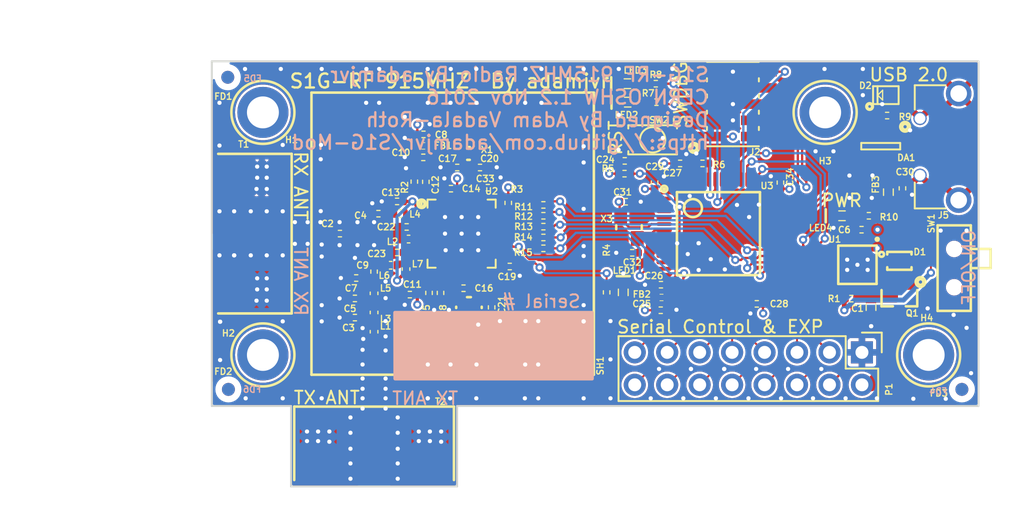
<source format=kicad_pcb>
(kicad_pcb (version 20221018) (generator pcbnew)
  (layers (0 "F.Cu" signal) (1 "In1.Cu" power) (2 "In2.Cu" power) (31 "B.Cu" signal) (34 "B.Paste" user) (35 "F.Paste" user) (36 "B.SilkS" user "B.Silkscreen") (37 "F.SilkS" user "F.Silkscreen") (38 "B.Mask" user) (39 "F.Mask" user) (44 "Edge.Cuts" user))
  (net 0 "")
  (net 1 "GND")
  (net 2 "/VIN")
  (net 3 "/MCU_IRQ")
  (net 4 "/GPIO1")
  (net 5 "/SPI_MISO")
  (net 6 "/GPIO2")
  (net 7 "/SPI_SCLK")
  (net 8 "/GPIO4")
  (net 9 "/SPI_MOSI")
  (net 10 "/ON_OFF")
  (net 11 "/SPI_CS")
  (net 12 "Net-(R4-Pad1)")
  (net 13 "Net-(LED1-Pad1)")
  (net 14 "Net-(R2-Pad2)")
  (net 15 "+3V3")
  (net 16 "Net-(C13-Pad2)")
  (net 17 "Net-(L6-Pad2)")
  (net 18 "Net-(C9-Pad2)")
  (net 19 "Net-(C5-Pad1)")
  (net 20 "Net-(C7-Pad1)")
  (net 21 "Net-(C3-Pad1)")
  (net 22 "Net-(C2-Pad2)")
  (net 23 "Net-(L1-Pad1)")
  (net 24 "Net-(C21-Pad1)")
  (net 25 "Net-(C16-Pad1)")
  (net 26 "Net-(C2-Pad1)")
  (net 27 "Net-(C12-Pad2)")
  (net 28 "Net-(C15-Pad1)")
  (net 29 "Net-(C18-Pad1)")
  (net 30 "Net-(C19-Pad1)")
  (net 31 "Net-(C20-Pad1)")
  (net 32 "/VREF")
  (net 33 "Net-(U2-Pad11)")
  (net 34 "Net-(U2-Pad30)")
  (net 35 "Net-(U2-Pad31)")
  (net 36 "Net-(U2-Pad8)")
  (net 37 "Net-(C22-Pad2)")
  (net 38 "Net-(C4-Pad2)")
  (net 39 "Net-(C23-Pad2)")
  (net 40 "Net-(U1-Pad2)")
  (net 41 "Net-(U1-Pad3)")
  (net 42 "Net-(U1-Pad6)")
  (net 43 "Net-(U1-Pad7)")
  (net 44 "/MCU - STM32L052K8T6/NRST")
  (net 45 "Net-(U3-Pad4)")
  (net 46 "Net-(U3-Pad2)")
  (net 47 "Net-(C26-Pad1)")
  (net 48 "Net-(U3-Pad10)")
  (net 49 "Net-(U3-Pad11)")
  (net 50 "/MCU - STM32L052K8T6/SWDIO")
  (net 51 "/MCU - STM32L052K8T6/USB_DM")
  (net 52 "/MCU - STM32L052K8T6/USB_DP")
  (net 53 "/MCU - STM32L052K8T6/USART1_RX")
  (net 54 "/MCU - STM32L052K8T6/SPI2_SCLK")
  (net 55 "/MCU - STM32L052K8T6/SPI2_MISO")
  (net 56 "/MCU - STM32L052K8T6/SPI2_MOSI")
  (net 57 "/MCU - STM32L052K8T6/USART1_TX")
  (net 58 "/MCU - STM32L052K8T6/SPI2_NSS")
  (net 59 "Net-(R8-Pad2)")
  (net 60 "Net-(R7-Pad2)")
  (net 61 "Net-(R6-Pad2)")
  (net 62 "Net-(U3-Pad46)")
  (net 63 "Net-(U3-Pad45)")
  (net 64 "Net-(U3-Pad40)")
  (net 65 "Net-(U3-Pad41)")
  (net 66 "/MCU - STM32L052K8T6/SWCLK")
  (net 67 "/PSU_IN")
  (net 68 "Net-(D2-Pad1)")
  (net 69 "Net-(DA1-Pad1)")
  (net 70 "Net-(LED3-Pad1)")
  (net 71 "Net-(LED2-Pad1)")
  (net 72 "Net-(C30-Pad2)")
  (net 73 "/VBUS")
  (net 74 "Net-(H1-Pad1)")
  (net 75 "Net-(H2-Pad1)")
  (net 76 "Net-(H3-Pad1)")
  (net 77 "Net-(H4-Pad1)")
  (net 78 "Net-(FD3-Pad1)")
  (net 79 "Net-(FD2-Pad1)")
  (net 80 "Net-(FD1-Pad1)")
  (net 81 "Net-(SW1-Pad3)")
  (net 82 "Net-(J2-Pad6)")
  (net 83 "Net-(J2-Pad7)")
  (net 84 "Net-(J2-Pad8)")
  (net 85 "Net-(C32-Pad1)")
  (net 86 "Net-(C31-Pad1)")
  (net 87 "Net-(U3-Pad3)")
  (net 88 "Net-(LED4-Pad1)")
  (net 89 "/MCU - STM32L052K8T6/GPIO_PB11")
  (net 90 "/MCU - STM32L052K8T6/GPIO_PB10")
  (net 91 "/MCU - STM32L052K8T6/GPIO_PB2")
  (net 92 "/MCU - STM32L052K8T6/GPIO_PB1")
  (net 93 "/MCU - STM32L052K8T6/GPIO_PB0")
  (net 94 "/MCU - STM32L052K8T6/GPIO_PA8")
  (net 95 "Net-(C33-Pad1)")
  (net 96 "Net-(C17-Pad2)")
  (net 97 "/MCU - STM32L052K8T6/GPIO_PA15")
  (net 98 "/MCU - STM32L052K8T6/GPIO_PB3")
  (net 99 "Net-(FD6-Pad1)")
  (net 100 "Net-(FD5-Pad1)")
  (net 101 "Net-(FD4-Pad1)")
  (net 102 "/MCU - STM32L052K8T6/MCU_IRQ")
  (net 103 "/MCU - STM32L052K8T6/SPI_CS")
  (net 104 "/MCU - STM32L052K8T6/SPI_MOSI")
  (net 105 "/MCU - STM32L052K8T6/SPI_MISO")
  (net 106 "/MCU - STM32L052K8T6/SPI_SCLK")
  (footprint "PCB_Footprints:R0402" (layer "F.Cu") (at 79.7 46.092 -90)
    (fp_text reference "R3")
    (fp_text value "RC1005F103CS")
  )
  (footprint "PCB_Footprints:R0402" (layer "F.Cu") (at 106.55 53.59)
    (fp_text reference "R1")
    (fp_text value "RC1005F103CS")
  )
  (footprint "PCB_Footprints:LED0603" (layer "F.Cu") (at 88.7 53.1 90)
    (fp_text reference "LED1")
    (fp_text value "LTST-C193TBKT-5A")
  )
  (footprint "PCB_Footprints:L0402" (layer "F.Cu") (at 71.7 51.275 90)
    (fp_text reference "L7")
    (fp_text value "0402CS-47NXJL")
  )
  (footprint "PCB_Footprints:L0402" (layer "F.Cu") (at 70.5 50.975)
    (fp_text reference "L6")
    (fp_text value "0402CS-1N8XJL")
  )
  (footprint "PCB_Footprints:L0402" (layer "F.Cu") (at 69.2 53.175 90)
    (fp_text reference "L5")
    (fp_text value "0402CS-12NXJL")
  )
  (footprint "PCB_Footprints:L0402" (layer "F.Cu") (at 71.24 46.925)
    (fp_text reference "L4")
    (fp_text value "0402CS-6N2XJL")
  )
  (footprint "PCB_Footprints:L0402" (layer "F.Cu") (at 69.2 54.675 90)
    (fp_text reference "L3")
    (fp_text value "0402CS-24NXJL")
  )
  (footprint "PCB_Footprints:L0402" (layer "F.Cu") (at 71.9 48.925)
    (fp_text reference "L2")
    (fp_text value "0402CS-12NXJL")
  )
  (footprint "PCB_Footprints:L0402" (layer "F.Cu") (at 69.2 56.185 90)
    (fp_text reference "L1")
    (fp_text value "0402CS-12NXJL")
  )
  (footprint "PCB_Footprints:C0603" (layer "F.Cu") (at 108.09 54.26 -90)
    (fp_text reference "C1")
    (fp_text value "CL10A106KQ8NNNC")
  )
  (footprint "PCB_Footprints:C0402" (layer "F.Cu") (at 78.4 54.275 -90)
    (fp_text reference "C21")
    (fp_text value "GRM0225C1E8R0WA03L")
  )
  (footprint "PCB_Footprints:C0402" (layer "F.Cu") (at 72 53.275 180)
    (fp_text reference "C11")
    (fp_text value "CL05B104JP5NNNC")
  )
  (footprint "PCB_Footprints:C0402" (layer "F.Cu") (at 69.2 51.475 90)
    (fp_text reference "C9")
    (fp_text value "CBR04C470F3GAC")
  )
  (footprint "PCB_Footprints:C0402" (layer "F.Cu") (at 73.067 40.725 180)
    (fp_text reference "C8")
    (fp_text value "CL05B104JP5NNNC")
  )
  (footprint "PCB_Footprints:C0402" (layer "F.Cu") (at 107.35 48.19 180)
    (fp_text reference "C6")
    (fp_text value "CL05B104JP5NNNC")
  )
  (footprint "PCB_Footprints:C0402" (layer "F.Cu") (at 67.7 53.575 180)
    (fp_text reference "C5")
    (fp_text value "GJM1555C1H2R2WB01D")
  )
  (footprint "PCB_Footprints:C0402" (layer "F.Cu") (at 69.54 46.935)
    (fp_text reference "C4")
    (fp_text value "GRM1555C1H101GA01D")
  )
  (footprint "PCB_Footprints:C0402" (layer "F.Cu") (at 67.7 55.075 180)
    (fp_text reference "C3")
    (fp_text value "GJM1555C1H2R2WB01D")
  )
  (footprint "PCB_Footprints:C0402" (layer "F.Cu") (at 66.527 48.495)
    (fp_text reference "C2")
    (fp_text value "CBR04C560F1GAC")
  )
  (footprint "PCB_Footprints:C0402" (layer "F.Cu") (at 76.2 52.775 180)
    (fp_text reference "C16")
    (fp_text value "GRM0225C1E8R0WA03L")
  )
  (footprint "PCB_Footprints:C0402" (layer "F.Cu") (at 73.25 44.442 -90)
    (fp_text reference "C12")
    (fp_text value "CL10B224JO8NNNC")
  )
  (footprint "PCB_Footprints:C0402" (layer "F.Cu") (at 67.8 51.975 180)
    (fp_text reference "C7")
    (fp_text value "GJM1555C1H1R0BB01D")
  )
  (footprint "PCB_Footprints:C0402" (layer "F.Cu") (at 73.5 53.142 -90)
    (fp_text reference "C15")
    (fp_text value "CL10B224JO8NNNC")
  )
  (footprint "PCB_Footprints:C0402" (layer "F.Cu") (at 75.707 43.32)
    (fp_text reference "C17")
    (fp_text value "CL05C090CB5NNNC")
  )
  (footprint "PCB_Footprints:C0402" (layer "F.Cu") (at 74.4 53.142 -90)
    (fp_text reference "C18")
    (fp_text value "GRM155R71H152KA01D")
  )
  (footprint "PCB_Footprints:C0402" (layer "F.Cu") (at 79.817 51.075)
    (fp_text reference "C19")
    (fp_text value "CL10B224JO8NNNC")
  )
  (footprint "PCB_Footprints:C0402" (layer "F.Cu") (at 77.49 43.32)
    (fp_text reference "C20")
    (fp_text value "CL05C090CB5NNNC")
  )
  (footprint "PCB_Footprints:C0402" (layer "F.Cu") (at 75.217 44.975)
    (fp_text reference "C14")
    (fp_text value "CL05B104JP5NNNC")
  )
  (footprint "PCB_Footprints:C0402" (layer "F.Cu") (at 71 45.975)
    (fp_text reference "C13")
    (fp_text value "CL10B224JO8NNNC")
  )
  (footprint "PCB_Footprints:C0402" (layer "F.Cu") (at 73.05 42.525)
    (fp_text reference "C10")
    (fp_text value "CL05B104JP5NNNC")
  )
  (footprint "PCB_Footprints:BLM15HG601SN1D" (layer "F.Cu") (at 73.05 41.625)
    (fp_text reference "FB1")
    (fp_text value "BLM15HG601SN1D")
  )
  (footprint "PCB_Footprints:ADF7023BCPZ" (layer "F.Cu") (at 76.05 48.5)
    (fp_text reference "U2")
    (fp_text value "ADF7023BCPZ")
  )
  (footprint "PCB_Footprints:C0402" (layer "F.Cu") (at 71 49.975)
    (fp_text reference "C23")
    (fp_text value "GRM1555C1E1R2BA01D")
  )
  (footprint "PCB_Footprints:C0402" (layer "F.Cu") (at 71.75 47.975)
    (fp_text reference "C22")
    (fp_text value "GRM1555C2A2R7CA01D")
  )
  (footprint "PCB_Footprints:ABM11-140-26.000MHZ-T3" (layer "F.Cu") (at 76.625 54.275)
    (fp_text reference "X2")
    (fp_text value "ABM11-140-26.000MHZ-T3")
  )
  (footprint "PCB_Footprints:AP7361-33FGE-7" (layer "F.Cu") (at 107.025 50.94 -90)
    (fp_text reference "U1")
    (fp_text value "AP7361-33FGE-7")
  )
  (footprint "PCB_Footprints:R0402" (layer "F.Cu") (at 72.35 44.425 -90)
    (fp_text reference "R2")
    (fp_text value "ERA-2AEB363X")
  )
  (footprint "PCB_Footprints:STM32L052C8T6" (layer "F.Cu") (at 96.15 48.5)
    (fp_text reference "U3")
    (fp_text value "STM32L052C8T6")
  )
  (footprint "PCB_Footprints:RSB39VTE-17" (layer "F.Cu") (at 109.25 37.65)
    (fp_text reference "D2")
    (fp_text value "RSB39VTE-17")
  )
  (footprint "PCB_Footprints:R0402" (layer "F.Cu") (at 109.35 39.25 180)
    (fp_text reference "R9")
    (fp_text value "RC1005J473CS")
  )
  (footprint "PCB_Footprints:R0402" (layer "F.Cu") (at 91.246 36.754)
    (fp_text reference "R8")
    (fp_text value "RC1005F102CS")
  )
  (footprint "PCB_Footprints:R0402" (layer "F.Cu") (at 91.3 38.2)
    (fp_text reference "R7")
    (fp_text value "RC1005F102CS")
  )
  (footprint "PCB_Footprints:R0402" (layer "F.Cu") (at 94.9 43)
    (fp_text reference "R6")
    (fp_text value "RC1005F103CS")
  )
  (footprint "PCB_Footprints:R0402" (layer "F.Cu") (at 88.8 43.8)
    (fp_text reference "R5")
    (fp_text value "RC1005F102CS")
  )
  (footprint "PCB_Footprints:MI0603K300R-10" (layer "F.Cu") (at 109.45 45.25 90)
    (fp_text reference "FB3")
    (fp_text value "MI0603K300R-10")
  )
  (footprint "PCB_Footprints:M2.5_HOLE" (layer "F.Cu") (at 60.5 39)
    (fp_text reference "H1")
    (fp_text value "M2.5_Hole")
  )
  (footprint "PCB_Footprints:M2.5_HOLE" (layer "F.Cu") (at 60.5 58)
    (fp_text reference "H2")
    (fp_text value "M2.5_Hole")
  )
  (footprint "PCB_Footprints:M2.5_HOLE" (layer "F.Cu") (at 104.5 39)
    (fp_text reference "H3")
    (fp_text value "M2.5_Hole")
  )
  (footprint "PCB_Footprints:M2.5_HOLE" (layer "F.Cu") (at 112.6 58)
    (fp_text reference "H4")
    (fp_text value "M2.5_Hole")
  )
  (footprint "PCB_Footprints:LED0603" (layer "F.Cu") (at 89.026 36.754 180)
    (fp_text reference "LED3")
    (fp_text value "LTST-C191KGKT")
  )
  (footprint "PCB_Footprints:LED0603" (layer "F.Cu") (at 89.05 38.2 180)
    (fp_text reference "LED2")
    (fp_text value "LTST-C193TBKT-5A")
  )
  (footprint "PCB_Footprints:FIDUCIAL" (layer "F.Cu") (at 115.2 60.7)
    (fp_text reference "FD3")
    (fp_text value "FIDUCIAL")
  )
  (footprint "PCB_Footprints:FIDUCIAL" (layer "F.Cu") (at 57.8 60.7)
    (fp_text reference "FD2")
    (fp_text value "FIDUCIAL")
  )
  (footprint "PCB_Footprints:FIDUCIAL" (layer "F.Cu") (at 57.75 36.25)
    (fp_text reference "FD1")
    (fp_text value "FIDUCIAL")
  )
  (footprint "PCB_Footprints:ESDA6V1BC6" (layer "F.Cu") (at 108.85 41.65 -90)
    (fp_text reference "DA1")
    (fp_text value "ESDA6V1BC6")
  )
  (footprint "PCB_Footprints:DMG2307L-7" (layer "F.Cu") (at 110.31 53.43 -90)
    (fp_text reference "Q1")
    (fp_text value "DMG2307L-7")
  )
  (footprint "PCB_Footprints:CUS-12TB" (layer "F.Cu") (at 114.6 51.2 90)
    (fp_text reference "SW1")
    (fp_text value "CUS-12TB")
  )
  (footprint "PCB_Footprints:C0402" (layer "F.Cu") (at 88.817 42.8 180)
    (fp_text reference "C24")
    (fp_text value "CL05B104JP5NNNC")
  )
  (footprint "PCB_Footprints:C0402" (layer "F.Cu") (at 91.633 54.5)
    (fp_text reference "C25")
    (fp_text value "CL05B104JP5NNNC")
  )
  (footprint "PCB_Footprints:C0402" (layer "F.Cu") (at 91.65 52.5 180)
    (fp_text reference "C26")
    (fp_text value "CL05B104JP5NNNC")
  )
  (footprint "PCB_Footprints:C0402" (layer "F.Cu") (at 93.15 43)
    (fp_text reference "C27")
    (fp_text value "CL05B104JP5NNNC")
  )
  (footprint "PCB_Footprints:C0402" (layer "F.Cu") (at 99.15 54 180)
    (fp_text reference "C28")
    (fp_text value "CL05B104JP5NNNC")
  )
  (footprint "PCB_Footprints:C0402" (layer "F.Cu") (at 91.15 44.5 90)
    (fp_text reference "C29")
    (fp_text value "CL05B104JP5NNNC")
  )
  (footprint "PCB_Footprints:C0402" (layer "F.Cu") (at 110.55 44.95 90)
    (fp_text reference "C30")
    (fp_text value "CL05B104JP5NNNC")
  )
  (footprint "PCB_Footprints:BLM15HG601SN1D" (layer "F.Cu") (at 91.695 53.5)
    (fp_text reference "FB2")
    (fp_text value "BLM15HG601SN1D")
  )
  (footprint "PCB_Footprints:BAT20JFILM" (layer "F.Cu") (at 110.31 50.63)
    (fp_text reference "D1")
    (fp_text value "BAT20JFILM")
  )
  (footprint "PCB_Footprints:20021121-00010C4LF" (layer "F.Cu") (at 97.282 38.354 -90)
    (fp_text reference "J2")
    (fp_text value "20021121-00010C4LF")
  )
  (footprint "PCB_Footprints:0475890001" (layer "F.Cu") (at 112.275 41.7 -90)
    (fp_text reference "J5")
    (fp_text value "0475890001-MicroUSBPort")
  )
  (footprint "PCB_Footprints:B3U-1000P" (layer "F.Cu") (at 91 41.15 180)
    (fp_text reference "SW2")
    (fp_text value "B3U-1000P")
  )
  (footprint "PCB_Footprints:C0402" (layer "F.Cu") (at 89.4 50 180)
    (fp_text reference "C32")
    (fp_text value "GRM0225C1E8R0WA03L")
  )
  (footprint "PCB_Footprints:C0402" (layer "F.Cu") (at 88.9 46)
    (fp_text reference "C31")
    (fp_text value "GRM0225C1E8R0WA03L")
  )
  (footprint "PCB_Footprints:ABM10-166-12.000MHZ-T3" (layer "F.Cu") (at 89.15 48 -90)
    (fp_text reference "X3")
    (fp_text value "ABM10-166-12.000MHZ-T3")
  )
  (footprint "PCB_Footprints:0732511150" (layer "F.Cu") (at 62.25 48.5)
    (fp_text reference "T1")
    (fp_text value "0732511150")
  )
  (footprint "PCB_Footprints:0732511150" (layer "F.Cu") (at 69.2 62.55 90)
    (fp_text reference "T2")
    (fp_text value "0732511150")
  )
  (footprint "PCB_Footprints:36103205" (layer "F.Cu") (at 75.35 48.5)
    (fp_text reference "SH1")
    (fp_text value "36103205")
  )
  (footprint "PCB_Footprints:LED0603" (layer "F.Cu") (at 105.82 47.1 180)
    (fp_text reference "LED4")
    (fp_text value "LTST-C193KRKT-5A")
  )
  (footprint "PCB_Footprints:R0402" (layer "F.Cu") (at 107.92 47.1)
    (fp_text reference "R10")
    (fp_text value "RC1005F102CS")
  )
  (footprint "PCB_Footprints:R0402" (layer "F.Cu") (at 87.4 53.1 -90)
    (fp_text reference "R4")
    (fp_text value "RC1005F102CS")
  )
  (footprint "PCB_Footprints:C0402" (layer "F.Cu") (at 78.1 44.9)
    (fp_text reference "C33")
    (fp_text value "CL10B224JO8NNNC")
  )
  (footprint "PCB_Footprints:ABS05-32.768KHZ-9-T" (layer "F.Cu") (at 76.59 42.22)
    (fp_text reference "X1")
    (fp_text value "ABS05-32.768KHZ-9-T")
  )
  (footprint "PCB_Footprints:61301621121" (layer "F.Cu") (at 107.38 57.8 -90)
    (fp_text reference "P1")
    (fp_text value "61301621121")
  )
  (footprint "PCB_Footprints:R0402" (layer "F.Cu") (at 82.45 46.25)
    (fp_text reference "R11")
    (fp_text value "TNPW0402100RBEED")
  )
  (footprint "PCB_Footprints:R0402" (layer "F.Cu") (at 82.45 47.1)
    (fp_text reference "R12")
    (fp_text value "TNPW0402100RBEED")
  )
  (footprint "PCB_Footprints:R0402" (layer "F.Cu") (at 82.45 47.95)
    (fp_text reference "R13")
    (fp_text value "TNPW0402100RBEED")
  )
  (footprint "PCB_Footprints:R0402" (layer "F.Cu") (at 82.45 48.8)
    (fp_text reference "R14")
    (fp_text value "TNPW0402100RBEED")
  )
  (footprint "PCB_Footprints:R0402" (layer "F.Cu") (at 82.45 49.65)
    (fp_text reference "R15")
    (fp_text value "TNPW0402100RBEED")
  )
  (footprint "PCB_Footprints:C0402" (layer "F.Cu") (at 101 44.5 90)
    (fp_text reference "C34")
    (fp_text value "CL05B104JP5NNNC")
  )
  (footprint "PCB_Footprints:FIDUCIAL" (layer "B.Cu") (at 57.8 60.7)
    (fp_text reference "FD6")
    (fp_text value "FIDUCIAL")
  )
  (footprint "PCB_Footprints:FIDUCIAL" (layer "B.Cu") (at 57.75 36.25)
    (fp_text reference "FD5")
    (fp_text value "FIDUCIAL")
  )
  (footprint "PCB_Footprints:FIDUCIAL" (layer "B.Cu") (at 115.2 60.7)
    (fp_text reference "FD4")
    (fp_text value "FIDUCIAL")
  )
  (gr_line (start 75.7 62) (end 116.5 62) (stroke (width 0.15)) (layer "Edge.Cuts"))
  (gr_line (start 56.5 35) (end 56.5 62) (stroke (width 0.15)) (layer "Edge.Cuts"))
  (gr_line (start 62.7 68.3) (end 75.7 68.3) (stroke (width 0.15)) (layer "Edge.Cuts"))
  (gr_line (start 116.5 35) (end 116.5 62) (stroke (width 0.15)) (layer "Edge.Cuts"))
  (gr_line (start 62.7 62) (end 62.7 68.3) (stroke (width 0.15)) (layer "Edge.Cuts"))
  (gr_line (start 56.5 35) (end 116.5 35) (stroke (width 0.15)) (layer "Edge.Cuts"))
  (gr_line (start 75.7 68.3) (end 75.7 62) (stroke (width 0.15)) (layer "Edge.Cuts"))
  (gr_line (start 56.5 62) (end 62.7 62) (stroke (width 0.15)) (layer "Edge.Cuts"))
  (gr_text "S1G-RF 915MHZ Radio By adamjvr\nCERN OSHW 1.2 Nov 2016\nDesigned By Adam Vadala-Roth\nhttps://github.com/adamjvr/S1G-Mod" (at 95.5 38.7) (layer "B.SilkS") (effects (font (size 1.1 1.1) (thickness 0.18)) (justify left mirror)))
  (gr_text "ON/OFF" (at 115.75 51.15 90) (layer "B.SilkS") (effects (font (size 1 1)) (justify mirror)))
  (gr_text "RX ANT" (at 63.45 52.25 270) (layer "B.SilkS") (effects (font (size 1 1)) (justify mirror)))
  (gr_text "TX ANT" (at 73.2 61.4) (layer "B.SilkS") (effects (font (size 1 1)) (justify mirror)))
  (gr_text "Serial #" (at 82.3 53.8) (layer "B.SilkS") (effects (font (size 1 1)) (justify mirror)))
  (gr_text "Serial Control & EXP\n" (at 96.3 55.8) (layer "F.SilkS") (effects (font (size 1 1))))
  (gr_text "RST" (at 88.1 41 90) (layer "F.SilkS") (effects (font (size 1 1))))
  (gr_text "SWDBG" (at 93.2 37.55 90) (layer "F.SilkS") (effects (font (size 1 1))))
  (gr_text "USB 2.0" (at 111.05 36.05) (layer "F.SilkS") (effects (font (size 1 1))))
  (gr_text "PWR" (at 105.8 45.9) (layer "F.SilkS") (effects (font (size 1 1))))
  (gr_text "RX ANT" (at 63.45 44.75 270) (layer "F.SilkS") (effects (font (size 1 1))))
  (gr_text "TX ANT" (at 65.5 61.35) (layer "F.SilkS") (effects (font (size 1 1))))
  (gr_text "S1G-RF 915MHZ  By adamjvr" (at 75.1 36.55) (layer "F.SilkS") (effects (font (size 1.1 1.1) (thickness 0.18))))
  (segment (start 95.8 61.55) (end 95.95 61.4) (width 0.1778) (layer "F.Cu") (net 1))
  (segment (start 66.25 58.75) (end 68.2981 58.75) (width 0.1524) (layer "F.Cu") (net 1))
  (segment (start 92.116 54.5) (end 92.827682 54.5) (width 0.1778) (layer "F.Cu") (net 1))
  (segment (start 77.973 43.32) (end 78.78 43.32) (width 0.1778) (layer "F.Cu") (net 1))
  (segment (start 82.042 58.75) (end 84.45 58.75) (width 0.1524) (layer "F.Cu") (net 1))
  (segment (start 95.252 38.354) (end 96.8298 38.354) (width 0.1778) (layer "F.Cu") (net 1))
  (segment (start 65.1 35.6) (end 65.1 41.55) (width 0.1778) (layer "F.Cu") (net 1))
  (segment (start 68.3 56.7) (end 68.35 56.75) (width 0.1778) (layer "F.Cu") (net 1))
  (segment (start 61.9 35.6) (end 59.1 35.6) (width 0.1778) (layer "F.Cu") (net 1))
  (segment (start 108.55 61.4) (end 111.364096 61.4) (width 0.1778) (layer "F.Cu") (net 1))
  (segment (start 108.09 54.94) (end 108.09 55.74) (width 0.381) (layer "F.Cu") (net 1))
  (segment (start 71.6 38.25) (end 70.1476 38.25) (width 0.1524) (layer "F.Cu") (net 1))
  (segment (start 79.1 38.25) (end 77.216 38.25) (width 0.1524) (layer "F.Cu") (net 1))
  (segment (start 75.224 43.32) (end 74.42 43.32) (width 0.1778) (layer "F.Cu") (net 1))
  (segment (start 93.9 43.267) (end 93.633 43) (width 0.1778) (layer "F.Cu") (net 1))
  (segment (start 73.406 38.25) (end 75.184 38.25) (width 0.1524) (layer "F.Cu") (net 1))
  (segment (start 106.4 45.7) (end 108.15 45.7) (width 0.1778) (layer "F.Cu") (net 1))
  (segment (start 103.7 61.55) (end 105.95 61.55) (width 0.1778) (layer "F.Cu") (net 1))
  (segment (start 77.216 38.25) (end 77.216 35.616) (width 0.1778) (layer "F.Cu") (net 1))
  (segment (start 89.8 47.125) (end 89.8 46.417) (width 0.1778) (layer "F.Cu") (net 1))
  (segment (start 77.216 35.616) (end 77.2 35.6) (width 0.1778) (layer "F.Cu") (net 1))
  (segment (start 105.95 61.55) (end 106.1 61.4) (width 0.1778) (layer "F.Cu") (net 1))
  (segment (start 94.6 49.25) (end 94.6 51.35) (width 0.1778) (layer "F.Cu") (net 1))
  (segment (start 95.252 39.624) (end 97.282 39.624) (width 0.1778) (layer "F.Cu") (net 1))
  (segment (start 93.55 61.55) (end 95.8 61.55) (width 0.1778) (layer "F.Cu") (net 1))
  (segment (start 112.6 53.45) (end 112.6 54.278) (width 0.1778) (layer "F.Cu") (net 1))
  (segment (start 68.3 58.7481) (end 68.2981 58.75) (width 0.1778) (layer "F.Cu") (net 1))
  (segment (start 82.296 38.25) (end 82.296 35.604) (width 0.1778) (layer "F.Cu") (net 1))
  (segment (start 94.590826 49.259174) (end 94.6 49.25) (width 0.1778) (layer "F.Cu") (net 1))
  (segment (start 68.3 59.85) (end 68.3 57.6) (width 0.1778) (layer "F.Cu") (net 1))
  (segment (start 73.406 58.75) (end 75.184 58.75) (width 0.1524) (layer "F.Cu") (net 1))
  (segment (start 73.406 58.75) (end 73.406 59.199012) (width 0.1778) (layer "F.Cu") (net 1))
  (segment (start 77.35 54.85) (end 77.35 55.625) (width 0.254) (layer "F.Cu") (net 1))
  (segment (start 70.1 55.35) (end 70.1 53.55) (width 0.1778) (layer "F.Cu") (net 1))
  (segment (start 70.1 55.35) (end 70.1 56.55) (width 0.1778) (layer "F.Cu") (net 1))
  (segment (start 67.217 55.075) (end 66.5 55.075) (width 0.381) (layer "F.Cu") (net 1))
  (segment (start 100.9 61.55) (end 101.05 61.4) (width 0.1778) (layer "F.Cu") (net 1))
  (segment (start 98.5 61.4) (end 98.65 61.55) (width 0.1778) (layer "F.Cu") (net 1))
  (segment (start 65.1 54.102) (end 65.1 55.372) (width 0.1524) (layer "F.Cu") (net 1))
  (segment (start 66.6 51.975) (end 66.6 51.5) (width 0.1778) (layer "F.Cu") (net 1))
  (segment (start 73.4 59.205012) (end 73.4 59.9) (width 0.1778) (layer "F.Cu") (net 1))
  (segment (start 94.6 51.35) (end 95.55 51.35) (width 0.1778) (layer "F.Cu") (net 1))
  (segment (start 88.47 50) (end 88.917 50) (width 0.1778) (layer "F.Cu") (net 1))
  (segment (start 93.4 61.4) (end 93.55 61.55) (width 0.1778) (layer "F.Cu") (net 1))
  (segment (start 81.05 55.35) (end 79.05 55.35) (width 0.1778) (layer "F.Cu") (net 1))
  (segment (start 108.867 40.433) (end 108.85 40.45) (width 0.1778) (layer "F.Cu") (net 1))
  (segment (start 73.5 54.075) (end 73.9 54.475) (width 0.254) (layer "F.Cu") (net 1))
  (segment (start 92.7 41) (end 91.8 41) (width 0.381) (layer "F.Cu") (net 1))
  (segment (start 72.367 43.959) (end 72.35 43.942) (width 0.254) (layer "F.Cu") (net 1))
  (segment (start 73.406 38.25) (end 73.406 35.606) (width 0.1778) (layer "F.Cu") (net 1))
  (segment (start 73.25 43.959) (end 72.367 43.959) (width 0.254) (layer "F.Cu") (net 1))
  (segment (start 113.55 47.45) (end 113.55 48.248) (width 0.1778) (layer "F.Cu") (net 1))
  (segment (start 77.216 58.75) (end 79.1 58.75) (width 0.1524) (layer "F.Cu") (net 1))
  (segment (start 73.406 58.75) (end 73.406 61.394) (width 0.1778) (layer "F.Cu") (net 1))
  (segment (start 69.596 35.604) (end 69.6 35.6) (width 0.1778) (layer "F.Cu") (net 1))
  (segment (start 93.9 44.25) (end 93.9 45.55) (width 0.1778) (layer "F.Cu") (net 1))
  (segment (start 85.598 55.372) (end 87.678 55.372) (width 0.1778) (layer "F.Cu") (net 1))
  (segment (start 80.3 51.500032) (end 80.599968 51.8) (width 0.1778) (layer "F.Cu") (net 1))
  (segment (start 70.1476 38.25) (end 69.596 38.25) (width 0.1524) (layer "F.Cu") (net 1))
  (segment (start 103.55 61.4) (end 103.7 61.55) (width 0.1778) (layer "F.Cu") (net 1))
  (segment (start 94.417 42.283) (end 94.417 42.217) (width 0.1778) (layer "F.Cu") (net 1))
  (segment (start 107.45 37.65) (end 107.132501 37.967499) (width 0.1778) (layer "F.Cu") (net 1))
  (segment (start 113.938449 60.011551) (end 113.938449 61.435904) (width 0.1778) (layer "F.Cu") (net 1))
  (segment (start 68.3 57.6) (end 68.35 57.55) (width 0.1778) (layer "F.Cu") (net 1))
  (segment (start 85.6 49.474996) (end 85.6 50.25) (width 0.1778) (layer "F.Cu") (net 1))
  (segment (start 85.6 57.6) (end 85.6 55.7976) (width 0.1524) (layer "F.Cu") (net 1))
  (segment (start 94.417 43) (end 94.417 42.283) (width 0.1778) (layer "F.Cu") (net 1))
  (segment (start 95.55 51.35) (end 95.55 50.5) (width 0.1778) (layer "F.Cu") (net 1))
  (segment (start 62.95 49.3) (end 62.05 50.2) (width 0.1778) (layer "F.Cu") (net 1))
  (segment (start 74.4 53.975) (end 74.4 53.625) (width 0.254) (layer "F.Cu") (net 1))
  (segment (start 81.026 58.75) (end 82.042 58.75) (width 0.1524) (layer "F.Cu") (net 1))
  (segment (start 100.267 44.017) (end 100.25 44) (width 0.1778) (layer "F.Cu") (net 1))
  (segment (start 71.616999 54.058001) (end 71.6 54.075) (width 0.1524) (layer "F.Cu") (net 1))
  (segment (start 57.1 41.6) (end 57.1 38.25) (width 0.1778) (layer "F.Cu") (net 1))
  (segment (start 91.1222 49.25) (end 90.702401 49.669799) (width 0.1778) (layer "F.Cu") (net 1))
  (segment (start 114.036 54.864) (end 114.554 54.864) (width 0.1778) (layer "F.Cu") (net 1))
  (segment (start 67.9 47.6) (end 69.2 47.6) (width 0.1778) (layer "F.Cu") (net 1))
  (segment (start 85.6 55.7976) (end 85.6 54.102) (width 0.1524) (layer "F.Cu") (net 1))
  (segment (start 108.85 43.296) (end 108.204 43.942) (width 0.1778) (layer "F.Cu") (net 1))
  (segment (start 99.336 46.25) (end 99.314 46.228) (width 0.1778) (layer "F.Cu") (net 1))
  (segment (start 68.58 38.25) (end 66.25 38.25) (width 0.1524) (layer "F.Cu") (net 1))
  (segment (start 77.442 54.758) (end 77.35 54.85) (width 0.1524) (layer "F.Cu") (net 1))
  (segment (start 75.717 52.775) (end 75.717 53.517) (width 0.1524) (layer "F.Cu") (net 1))
  (segment (start 108.15 37.65) (end 107.45 37.65) (width 0.381) (layer "F.Cu") (net 1))
  (segment (start 69.596 38.25) (end 69.596 35.604) (width 0.1778) (layer "F.Cu") (net 1))
  (segment (start 114.838958 59.111042) (end 113.938449 60.011551) (width 0.1778) (layer "F.Cu") (net 1))
  (segment (start 112.275 40.4) (end 111.15 40.4) (width 0.381) (layer "F.Cu") (net 1))
  (segment (start 77.216 58.75) (end 77.216 61.384) (width 0.1778) (layer "F.Cu") (net 1))
  (segment (start 105.14 47.1) (end 105.14 48.04) (width 0.1524) (layer "F.Cu") (net 1))
  (segment (start 69.057 46.935) (end 69.057 46.218) (width 0.254) (layer "F.Cu") (net 1))
  (segment (start 108.204 43.942) (end 106.408 43.942) (width 0.1778) (layer "F.Cu") (net 1))
  (segment (start 85.6 49.3588) (end 85.6 46.558135) (width 0.1524) (layer "F.Cu") (net 1))
  (segment (start 69.057 46.218) (end 69.057 46.118) (width 0.254) (layer "F.Cu") (net 1))
  (segment (start 65.024 47.576) (end 65 47.6) (width 0.1778) (layer "F.Cu") (net 1))
  (segment (start 77.216 61.384) (end 77.2 61.4) (width 0.1778) (layer "F.Cu") (net 1))
  (segment (start 85.598 55.372) (end 82.072 55.372) (width 0.1778) (layer "F.Cu") (net 1))
  (segment (start 106.05 48.54) (end 106.05 49.44) (width 0.381) (layer "F.Cu") (net 1))
  (segment (start 87.67 50.8) (end 87.4 50.8) (width 0.1778) (layer "F.Cu") (net 1))
  (segment (start 82.042 58.75) (end 82.042 61.392) (width 0.1778) (layer "F.Cu") (net 1))
  (segment (start 66.25 38.25) (end 65.1 39.4) (width 0.1524) (layer "F.Cu") (net 1))
  (segment (start 85.6 41.656) (end 85.6 39.4) (width 0.1524) (layer "F.Cu") (net 1))
  (segment (start 73.5 53.625) (end 73.5 54.075) (width 0.254) (layer "F.Cu") (net 1))
  (segment (start 87.9 61.6) (end 90.65 61.6) (width 0.1778) (layer "F.Cu") (net 1))
  (segment (start 66.6 51.5) (end 67.7 50.4) (width 0.1778) (layer "F.Cu") (net 1))
  (segment (start 71.6 41) (end 71.6 39.35) (width 0.1778) (layer "F.Cu") (net 1))
  (segment (start 78.78 43.32) (end 78.8 43.3) (width 0.1778) (layer "F.Cu") (net 1))
  (segment (start 88.37 38.2) (end 88.37 39.18) (width 0.381) (layer "F.Cu") (net 1))
  (segment (start 67.317 51.975) (end 66.6 51.975) (width 0.381) (layer "F.Cu") (net 1))
  (segment (start 78.4 54.758) (end 77.442 54.758) (width 0.1524) (layer "F.Cu") (net 1))
  (segment (start 115.601151 59.111042) (end 114.838958 59.111042) (width 0.1778) (layer "F.Cu") (net 1))
  (segment (start 88.5 49.65) (end 88.15 50) (width 0.1778) (layer "F.Cu") (net 1))
  (segment (start 65.100008 61.4) (end 62.05 61.4) (width 0.1778) (layer "F.Cu") (net 1))
  (segment (start 68.3 55.9) (end 68.3 56.7) (width 0.1778) (layer "F.Cu") (net 1))
  (segment (start 106.225 50.54) (end 106.05 50.365) (width 0.381) (layer "F.Cu") (net 1))
  (segment (start 108.85 42.85) (end 108.85 43.296) (width 0.1778) (layer "F.Cu") (net 1))
  (segment (start 63 49.3) (end 64 49.3) (width 0.1778) (layer "F.Cu") (net 1))
  (segment (start 107.132501 37.967499) (end 107.132501 40.067499) (width 0.1778) (layer "F.Cu") (net 1))
  (segment (start 95.252 35.814) (end 97.282 35.814) (width 0.1778) (layer "F.Cu") (net 1))
  (segment (start 90.65 61.6) (end 90.85 61.4) (width 0.1778) (layer "F.Cu") (net 1))
  (segment (start 78.583 44.617) (end 79.1 44.1) (width 0.254) (layer "F.Cu") (net 1))
  (segment (start 75.184 38.25) (end 69.596 38.25) (width 0.1524) (layer "F.Cu") (net 1))
  (segment (start 59.55 50.2) (end 60.8 50.2) (width 0.1778) (layer "F.Cu") (net 1))
  (segment (start 98.4 52.75) (end 98.4 53.733) (width 0.1778) (layer "F.Cu") (net 1))
  (segment (start 77.216 38.25) (end 75.184 38.25) (width 0.1524) (layer "F.Cu") (net 1))
  (segment (start 79.1 38.25) (end 81.026 38.25) (width 0.1524) (layer "F.Cu") (net 1))
  (segment (start 69.596 38.25) (end 68.58 38.25) (width 0.1524) (layer "F.Cu") (net 1))
  (segment (start 68.3 57.6) (end 68.3 58.7481) (width 0.1778) (layer "F.Cu") (net 1))
  (segment (start 74.734 44.209) (end 74.7 44.175) (width 0.1778) (layer "F.Cu") (net 1))
  (segment (start 65.1 39.4) (end 65.1 41.55) (width 0.1524) (layer "F.Cu") (net 1))
  (segment (start 82.042 61.392) (end 82.05 61.4) (width 0.1778) (layer "F.Cu") (net 1))
  (segment (start 108.867 39.25) (end 108.867 40.433) (width 0.1778) (layer "F.Cu") (net 1))
  (segment (start 115.65 47.45) (end 115.65 48.18) (width 0.1778) (layer "F.Cu") (net 1))
  (segment (start 65.1 41.55) (end 65.049994 41.55) (width 0.1778) (layer "F.Cu") (net 1))
  (segment (start 115.65 54.95) (end 115.65 55.8) (width 0.1778) (layer "F.Cu") (net 1))
  (segment (start 75.828414 53.7) (end 75.058317 54.470097) (width 0.1524) (layer "F.Cu") (net 1))
  (segment (start 106.867 48.19) (end 106.4 48.19) (width 0.381) (layer "F.Cu") (net 1))
  (segment (start 81.026 38.25) (end 82.296 38.25) (width 0.1524) (layer "F.Cu") (net 1))
  (segment (start 91.9 49.25) (end 92.909304 49.25) (width 0.1778) (layer "F.Cu") (net 1))
  (segment (start 57.1 50.2) (end 58.25 50.2) (width 0.1778) (layer "F.Cu") (net 1))
  (segment (start 63 49.3) (end 62.95 49.3) (width 0.1778) (layer "F.Cu") (net 1))
  (segment (start 96.6 51.35) (end 96.65 51.3) (width 0.1778) (layer "F.Cu") (net 1))
  (segment (start 87.67 50.8) (end 88.47 50) (width 0.1778) (layer "F.Cu") (net 1))
  (segment (start 75.9 53.7) (end 75.828414 53.7) (width 0.1524) (layer "F.Cu") (net 1))
  (segment (start 62.05 61.4) (end 59.15 61.4) (width 0.1778) (layer "F.Cu") (net 1))
  (segment (start 78.583 44.9) (end 78.583 44.617) (width 0.254) (layer "F.Cu") (net 1))
  (segment (start 91.9 49.25) (end 91.1222 49.25) (width 0.1778) (layer "F.Cu") (net 1))
  (segment (start 111.364096 61.4) (end 111.4 61.435904) (width 0.1778) (layer "F.Cu") (net 1))
  (segment (start 98.667 54) (end 98.667 54.733) (width 0.1778) (layer "F.Cu") (net 1))
  (segment (start 115.65 48.18) (end 115.57 48.26) (width 0.1778) (layer "F.Cu") (net 1))
  (segment (start 70.5 49.975) (end 69.9 49.375) (width 0.254) (layer "F.Cu") (net 1))
  (segment (start 79.1 58.75) (end 81.026 58.75) (width 0.1524) (layer "F.Cu") (net 1))
  (segment (start 65.1 55.372) (end 65.1 57.6) (width 0.1524) (layer "F.Cu") (net 1))
  (segment (start 93.633 43) (end 93.633 42.267) (width 0.1778) (layer "F.Cu") (net 1))
  (segment (start 65.1 52.25) (end 65.1 54.102) (width 0.1524) (layer "F.Cu") (net 1))
  (segment (start 87.7 61.4) (end 87.7 58.35) (width 0.1778) (layer "F.Cu") (net 1))
  (segment (start 91.15 44.017) (end 91.883 44.017) (width 0.1778) (layer "F.Cu") (net 1))
  (segment (start 70.1 61.4) (end 70.1 60.65) (width 0.1778) (layer "F.Cu") (net 1))
  (segment (start 99.314 46.228) (end 97.622 46.228) (width 0.1778) (layer "F.Cu") (net 1))
  (segment (start 65 47.6) (end 66.5 47.6) (width 0.1778) (layer "F.Cu") (net 1))
  (segment (start 96.8298 38.354) (end 97.282 38.354) (width 0.1778) (layer "F.Cu") (net 1))
  (segment (start 71.625 42.525) (end 71.6 42.5) (width 0.254) (layer "F.Cu") (net 1))
  (segment (start 72.267 43.942) (end 71.7 43.375) (width 0.254) (layer "F.Cu") (net 1))
  (segment (start 85.598 54.104) (end 85.6 54.102) (width 0.1524) (layer "F.Cu") (net 1))
  (segment (start 65.1 50.292) (end 65.1 50.114) (width 0.1524) (layer "F.Cu") (net 1))
  (segment (start 93.9 44.25) (end 93.9 43.267) (width 0.1778) (layer "F.Cu") (net 1))
  (segment (start 71.05 61.4) (end 70.1 61.4) (width 0.1778) (layer "F.Cu") (net 1))
  (segment (start 88.917 50) (end 88.917 49.292) (width 0.1778) (layer "F.Cu") (net 1))
  (segment (start 67.217 53.575) (end 66.5 53.575) (width 0.381) (layer "F.Cu") (net 1))
  (segment (start 90.702401 49.669799) (end 90.702401 49.692673) (width 0.1778) (layer "F.Cu") (net 1))
  (segment (start 75.717 53.517) (end 75.9 53.7) (width 0.1524) (layer "F.Cu") (net 1))
  (segment (start 108.85 38.47) (end 108.966 38.354) (width 0.1778) (layer "F.Cu") (net 1))
  (segment (start 108.09 55.74) (end 108.1 55.75) (width 0.381) (layer "F.Cu") (net 1))
  (segment (start 65.1 44.75) (end 65.1 46.66) (width 0.1524) (layer "F.Cu") (net 1))
  (segment (start 87.678 55.372) (end 87.7 55.35) (width 0.1778) (layer "F.Cu") (net 1))
  (segment (start 98.4 53.733) (end 98.667 54) (width 0.1778) (layer "F.Cu") (net 1))
  (segment (start 71.6 42.5) (end 71.6 41) (width 0.1778) (layer "F.Cu") (net 1))
  (segment (start 73.55 40.725) (end 73.55 40.025) (width 0.1778) (layer "F.Cu") (net 1))
  (segment (start 85.6 57.6) (end 85.6 55.374) (width 0.1524) (layer "F.Cu") (net 1))
  (segment (start 90.6 50.8) (end 90.6 49.795074) (width 0.1778) (layer "F.Cu") (net 1))
  (segment (start 85.6 54.102) (end 85.6 52.25) (width 0.1524) (layer "F.Cu") (net 1))
  (segment (start 89.8 46.417) (end 89.383 46) (width 0.1778) (layer "F.Cu") (net 1))
  (segment (start 92.918478 49.259174) (end 94.590826 49.259174) (width 0.1778) (layer "F.Cu") (net 1))
  (segment (start 74.42 43.32) (end 74.4 43.3) (width 0.1778) (layer "F.Cu") (net 1))
  (segment (start 65.1 44.75) (end 65.1 41.600006) (width 0.1524) (layer "F.Cu") (net 1))
  (segment (start 115.65 55.8) (end 115.57 55.88) (width 0.1778) (layer "F.Cu") (net 1))
  (segment (start 73.406 38.25) (end 71.6 38.25) (width 0.1524) (layer "F.Cu") (net 1))
  (segment (start 65 47.6) (end 64.1 47.6) (width 0.1778) (layer "F.Cu") (net 1))
  (segment (start 91.167 52.5) (end 90.4 52.5) (width 0.1778) (layer "F.Cu") (net 1))
  (segment (start 65.100008 55.372008) (end 65.1 55.372) (width 0.1778) (layer "F.Cu") (net 1))
  (segment (start 106.05 50.365) (end 106.05 49.44) (width 0.381) (layer "F.Cu") (net 1))
  (segment (start 97.622 46.228) (end 97.6 46.25) (width 0.1778) (layer "F.Cu") (net 1))
  (segment (start 92.909304 49.25) (end 92.918478 49.259174) (width 0.1778) (layer "F.Cu") (net 1))
  (segment (start 73.0524 58.75) (end 73.406 58.75) (width 0.1524) (layer "F.Cu") (net 1))
  (segment (start 113.55 48.248) (end 113.538 48.26) (width 0.1778) (layer "F.Cu") (net 1))
  (segment (start 98.667 54.733) (end 98.65 54.75) (width 0.1778) (layer "F.Cu") (net 1))
  (segment (start 71.6 58.75) (end 73.0524 58.75) (width 0.1524) (layer "F.Cu") (net 1))
  (segment (start 65.100008 61.4) (end 65.100008 55.372008) (width 0.1778) (layer "F.Cu") (net 1))
  (segment (start 88.346 36.754) (end 88.346 35.604) (width 0.381) (layer "F.Cu") (net 1))
  (segment (start 80.3 51.075) (end 80.3 51.500032) (width 0.1778) (layer "F.Cu") (net 1))
  (segment (start 95.55 51.35) (end 96.6 51.35) (width 0.1778) (layer "F.Cu") (net 1))
  (segment (start 85.6 44.75) (end 85.6 46.558135) (width 0.1524) (layer "F.Cu") (net 1))
  (segment (start 74.734 44.975) (end 74.734 44.209) (width 0.1778) (layer "F.Cu") (net 1))
  (segment (start 97.6 46.25) (end 98.55 47.2) (width 0.1778) (layer "F.Cu") (net 1))
  (segment (start 85.6 44.75) (end 85.6 42.926) (width 0.1524) (layer "F.Cu") (net 1))
  (segment (start 65.1 46.66) (end 65.024 46.736) (width 0.1524) (layer "F.Cu") (net 1))
  (segment (start 105.15 42.05) (end 103.75 42.05) (width 0.1778) (layer "F.Cu") (net 1))
  (segment (start 65.1 49.352) (end 66.098 49.352) (width 0.1778) (layer "F.Cu") (net 1))
  (segment (start 65.1 55.372) (end 62.05 55.372) (width 0.1778) (layer "F.Cu") (net 1))
  (segment (start 88.5 48.875) (end 88.5 49.65) (width 0.1778) (layer "F.Cu") (net 1))
  (segment (start 115.91865 59.428541) (end 115.601151 59.111042) (width 0.1778) (layer "F.Cu") (net 1))
  (segment (start 63 47.6) (end 64 47.6) (width 0.1778) (layer "F.Cu") (net 1))
  (segment (start 70.517 45.975) (end 69.8 45.975) (width 0.254) (layer "F.Cu") (net 1))
  (segment (start 110.55 45.433) (end 111.283004 45.433) (width 0.381) (layer "F.Cu") (net 1))
  (segment (start 64 49.3) (end 64.1 49.3) (width 0.1778) (layer "F.Cu") (net 1))
  (segment (start 105.14 48.04) (end 105.15 48.05) (width 0.1524) (layer "F.Cu") (net 1))
  (segment (start 72.35 43.942) (end 72.267 43.942) (width 0.254) (layer "F.Cu") (net 1))
  (segment (start 82.072 55.372) (end 82.05 55.35) (width 0.1778) (layer "F.Cu") (net 1))
  (segment (start 113.95 54.95) (end 114.036 54.864) (width 0.1778) (layer "F.Cu") (net 1))
  (segment (start 65.1 35.6) (end 61.9 35.6) (width 0.1778) (layer "F.Cu") (net 1))
  (segment (start 101 44.017) (end 100.267 44.017) (width 0.1778) (layer "F.Cu") (net 1))
  (segment (start 88.917 50) (end 88.15 50) (width 0.1778) (layer "F.Cu") (net 1))
  (segment (start 73.406 58.75) (end 73.406 59.494) (width 0.1778) (layer "F.Cu") (net 1))
  (segment (start 89.383 46) (end 90.07 46) (width 0.1778) (layer "F.Cu") (net 1))
  (segment (start 88.346 35.604) (end 88.35 35.6) (width 0.381) (layer "F.Cu") (net 1))
  (segment (start 106.4 48.19) (end 106.05 48.54) (width 0.381) (layer "F.Cu") (net 1))
  (segment (start 66.098 49.352) (end 66.1 49.35) (width 0.1778) (layer "F.Cu") (net 1))
  (segment (start 90.07 46) (end 90.15 46) (width 0.1778) (layer "F.Cu") (net 1))
  (segment (start 68.35 57.55) (end 68.35 56.75) (width 0.1778) (layer "F.Cu") (net 1))
  (segment (start 84.45 38.25) (end 82.6476 38.25) (width 0.1524) (layer "F.Cu") (net 1))
  (segment (start 68.3 59.85) (end 68.3 60.65) (width 0.1778) (layer "F.Cu") (net 1))
  (segment (start 72.567 42.525) (end 71.625 42.525) (width 0.254) (layer "F.Cu") (net 1))
  (segment (start 88.37 39.18) (end 88.35 39.2) (width 0.381) (layer "F.Cu") (net 1))
  (segment (start 65.1 52.25) (end 65.1 50.292) (width 0.1524) (layer "F.Cu") (net 1))
  (segment (start 88.334 42.8) (end 88.334 41.934) (width 0.1778) (layer "F.Cu") (net 1))
  (segment (start 92.827682 54.5) (end 92.863841 54.463841) (width 0.1778) (layer "F.Cu") (net 1))
  (segment (start 98.65 61.55) (end 100.9 61.55) (width 0.1778) (layer "F.Cu") (net 1))
  (segment (start 73.55 40.025) (end 73.55 39.925) (width 0.1778) (layer "F.Cu") (net 1))
  (segment (start 73.406 35.606) (end 73.4 35.6) (width 0.1778) (layer "F.Cu") (net 1))
  (segment (start 73.406 61.394) (end 73.4 61.4) (width 0.1778) (layer "F.Cu") (net 1))
  (segment (start 88.35 35.6) (end 92.55 35.6) (width 0.1778) (layer "F.Cu") (net 1))
  (segment (start 82.6476 38.25) (end 82.296 38.25) (width 0.1524) (layer "F.Cu") (net 1))
  (segment (start 68.3 60.65) (end 68.3 61.4) (width 0.1778) (layer "F.Cu") (net 1))
  (segment (start 85.598 55.372) (end 85.598 54.104) (width 0.1524) (layer "F.Cu") (net 1))
  (segment (start 111.283004 45.433) (end 111.300004 45.45) (width 0.1778) (layer "F.Cu") (net 1))
  (segment (start 73.9 54.475) (end 74.4 53.975) (width 0.254) (layer "F.Cu") (net 1))
  (segment (start 100.4 46.25) (end 99.336 46.25) (width 0.1778) (layer "F.Cu") (net 1))
  (segment (start 73.406 59.199012) (end 73.4 59.205012) (width 0.1778) (layer "F.Cu") (net 1))
  (segment (start 59.55 50.2) (end 58.25 50.2) (width 0.1778) (layer "F.Cu") (net 1))
  (segment (start 65.1 41.600006) (end 65.049994 41.55) (width 0.1524) (layer "F.Cu") (net 1))
  (segment (start 88.7 52.42) (end 88.7 51.616) (width 0.1524) (layer "F.Cu") (net 1))
  (segment (start 113.55 54.95) (end 113.95 54.95) (width 0.1778) (layer "F.Cu") (net 1))
  (segment (start 94.417 43) (end 93.633 43) (width 0.1778) (layer "F.Cu") (net 1))
  (segment (start 68.3 61.4) (end 68.3 62.2) (width 0.1778) (layer "F.Cu") (net 1))
  (segment (start 106.408 43.942) (end 106.4 43.95) (width 0.1778) (layer "F.Cu") (net 1))
  (segment (start 65.024 46.736) (end 65.024 47.576) (width 0.1778) (layer "F.Cu") (net 1))
  (segment (start 90.6 49.795074) (end 90.702401 49.692673) (width 0.1778) (layer "F.Cu") (net 1))
  (segment (start 87.7 61.4) (end 87.9 61.6) (width 0.1778) (layer "F.Cu") (net 1))
  (segment (start 88.917 49.292) (end 88.5 48.875) (width 0.1778) (layer "F.Cu") (net 1))
  (segment (start 107.132501 40.067499) (end 105.15 42.05) (width 0.1778) (layer "F.Cu") (net 1))
  (segment (start 68.2981 58.75) (end 68.4761 58.928) (width 0.1524) (layer "F.Cu") (net 1))
  (segment (start 64.1 47.6) (end 64 47.6) (width 0.1778) (layer "F.Cu") (net 1))
  (segment (start 82.296 35.604) (end 82.3 35.6) (width 0.1778) (layer "F.Cu") (net 1))
  (segment (start 85.6 55.374) (end 85.598 55.372) (width 0.1524) (layer "F.Cu") (net 1))
  (segment (start 85.6 52.25) (end 85.6 50.25) (width 0.1524) (layer "F.Cu") (net 1))
  (segment (start 71.05 61.4) (end 71.05 62.9) (width 0.1778) (layer "F.Cu") (net 1))
  (segment (start 71.616999 53.275) (end 71.616999 54.058001) (width 0.254) (layer "F.Cu") (net 1))
  (segment (start 77.216 58.75) (end 75.184 58.75) (width 0.1524) (layer "F.Cu") (net 1))
  (segment (start 112.6 54.278) (end 112.522 54.356) (width 0.1778) (layer "F.Cu") (net 1))
  (segment (start 70.517 49.975) (end 70.5 49.975) (width 0.254) (layer "F.Cu") (net 1))
  (segment (start 70.1 59.85) (end 70.1 60.65) (width 0.1778) (layer "F.Cu") (net 1))
  (segment (start 65.1 50.292) (end 65.1 49.352) (width 0.1524) (layer "F.Cu") (net 1))
  (segment (start 94.6 49.25) (end 93.75 50.1) (width 0.1778) (layer "F.Cu") (net 1))
  (segment (start 73.4 61.4) (end 71.05 61.4) (width 0.1778) (layer "F.Cu") (net 1))
  (segment (start 71.05 67.7) (end 71.05 65.35) (width 0.1778) (layer "F.Cu") (net 1))
  (segment (start 108.85 40.45) (end 108.85 38.47) (width 0.1778) (layer "F.Cu") (net 1))
  (segment (start 85.6 42.926) (end 85.6 41.656) (width 0.1524) (layer "F.Cu") (net 1))
  (via (at 108.204 43.942) (size 0.635) (drill 0.3302) (layers "F.Cu" "B.Cu") (net 1))
  (via (at 70.1 57.65) (size 0.635) (drill 0.3302) (layers "F.Cu" "B.Cu") (net 1))
  (via (at 65.049994 41.55) (size 0.635) (drill 0.3302) (layers "F.Cu" "B.Cu") (net 1))
  (via (at 65.024 46.736) (size 0.635) (drill 0.3302) (layers "F.Cu" "B.Cu") (net 1))
  (via (at 91.883 44.017) (size 0.635) (drill 0.3302) (layers "F.Cu" "B.Cu") (net 1))
  (via (at 93.9 45.55) (size 0.635) (drill 0.3302) (layers "F.Cu" "B.Cu") (net 1))
  (via (at 99.1 59.1) (size 0.635) (drill 0.3302) (layers "F.Cu" "B.Cu") (net 1))
  (via (at 68.3 62.2) (size 0.635) (drill 0.3302) (layers "F.Cu" "B.Cu") (net 1))
  (via (at 96.6 59.1) (size 0.635) (drill 0.3302) (layers "F.Cu" "B.Cu") (net 1))
  (via (at 97.282 39.624) (size 0.635) (drill 0.3302) (layers "F.Cu" "B.Cu") (net 1))
  (via (at 115.57 55.88) (size 0.635) (drill 0.3302) (layers "F.Cu" "B.Cu") (net 1))
  (via (at 87.7 55.35) (size 0.635) (drill 0.3302) (layers "F.Cu" "B.Cu") (net 1))
  (via (at 57.1 46.75) (size 0.635) (drill 0.3302) (layers "F.Cu" "B.Cu") (net 1))
  (via (at 65.1 50.292) (size 0.635) (drill 0.3302) (layers "F.Cu" "B.Cu") (net 1))
  (via (at 57.1 41.6) (size 0.635) (drill 0.3302) (layers "F.Cu" "B.Cu") (net 1))
  (via (at 77.216 38.25) (size 0.635) (drill 0.3302) (layers "F.Cu" "B.Cu") (net 1))
  (via (at 82.05 55.35) (size 0.635) (drill 0.3302) (layers "F.Cu" "B.Cu") (net 1))
  (via (at 69.596 38.25) (size 0.635) (drill 0.3302) (layers "F.Cu" "B.Cu") (net 1))
  (via (at 98.55 47.2) (size 0.635) (drill 0.3302) (layers "F.Cu" "B.Cu") (net 1))
  (via (at 101.05 61.4) (size 0.635) (drill 0.3302) (layers "F.Cu" "B.Cu") (net 1))
  (via (at 68.2981 58.75) (size 0.635) (drill 0.3302) (layers "F.Cu" "B.Cu") (net 1))
  (via (at 66.5 55.075) (size 0.635) (drill 0.3302) (layers "F.Cu" "B.Cu") (net 1))
  (via (at 75.15 61.4) (size 0.635) (drill 0.3302) (layers "F.Cu" "B.Cu") (net 1))
  (via (at 66.5 49.4) (size 0.635) (drill 0.3302) (layers "F.Cu" "B.Cu") (net 1))
  (via (at 73.406 38.25) (size 0.635) (drill 0.3302) (layers "F.Cu" "B.Cu") (net 1))
  (via (at 94.6 49.25) (size 0.635) (drill 0.3302) (layers "F.Cu" "B.Cu") (net 1))
  (via (at 73.9 54.475) (size 0.635) (drill 0.3302) (layers "F.Cu" "B.Cu") (net 1))
  (via (at 114.554 54.864) (size 0.635) (drill 0.3302) (layers "F.Cu" "B.Cu") (net 1))
  (via (at 59.55 50.2) (size 0.635) (drill 0.3302) (layers "F.Cu" "B.Cu") (net 1))
  (via (at 96.6 59.1) (size 0.635) (drill 0.3302) (layers "F.Cu" "B.Cu") (net 1))
  (via (at 70.1 55.35) (size 0.635) (drill 0.3302) (layers "F.Cu" "B.Cu") (net 1))
  (via (at 65.1 49.352) (size 0.635) (drill 0.3302) (layers "F.Cu" "B.Cu") (net 1))
  (via (at 93.75 50.1) (size 0.635) (drill 0.3302) (layers "F.Cu" "B.Cu") (net 1))
  (via (at 58.25 46.75) (size 0.635) (drill 0.3302) (layers "F.Cu" "B.Cu") (net 1))
  (via (at 65.1 55.372) (size 0.635) (drill 0.3302) (layers "F.Cu" "B.Cu") (net 1))
  (via (at 88.15 50) (size 0.635) (drill 0.3302) (layers "F.Cu" "B.Cu") (net 1))
  (via (at 107.45 37.65) (size 0.635) (drill 0.3302) (layers "F.Cu" "B.Cu") (net 1))
  (via (at 62.05 41.55) (size 0.635) (drill 0.3302) (layers "F.Cu" "B.Cu") (net 1))
  (via (at 88.35 35.6) (size 0.635) (drill 0.3302) (layers "F.Cu" "B.Cu") (net 1))
  (via (at 98.5 61.4) (size 0.635) (drill 0.3302) (layers "F.Cu" "B.Cu") (net 1))
  (via (at 63 47.6) (size 0.635) (drill 0.3302) (layers "F.Cu" "B.Cu") (net 1))
  (via (at 88.7 51.616) (size 0.635) (drill 0.3302) (layers "F.Cu" "B.Cu") (net 1))
  (via (at 94 59.1) (size 0.635) (drill 0.3302) (layers "F.Cu" "B.Cu") (net 1))
  (via (at 67.35 62.9) (size 0.635) (drill 0.3302) (layers "F.Cu" "B.Cu") (net 1))
  (via (at 68.3 60.65) (size 0.635) (drill 0.3302) (layers "F.Cu" "B.Cu") (net 1))
  (via (at 71.7 43.375) (size 0.635) (drill 0.3302) (layers "F.Cu" "B.Cu") (net 1))
  (via (at 59.15 61.4) (size 0.635) (drill 0.3302) (layers "F.Cu" "B.Cu") (net 1))
  (via (at 108.1 55.75) (size 0.635) (drill 0.3302) (layers "F.Cu" "B.Cu") (net 1))
  (via (at 82.3 35.6) (size 0.635) (drill 0.3302) (layers "F.Cu" "B.Cu") (net 1))
  (via (at 85.6 61.4) (size 0.635) (drill 0.3302) (layers "F.Cu" "B.Cu") (net 1))
  (via (at 68.58 38.25) (size 0.635) (drill 0.3302) (layers "F.Cu" "B.Cu") (net 1))
  (via (at 98.65 54.75) (size 0.635) (drill 0.3302) (layers "F.Cu" "B.Cu") (net 1))
  (via (at 67.35 64.1) (size 0.635) (drill 0.3302) (layers "F.Cu" "B.Cu") (net 1))
  (via (at 106.4 45.7) (size 0.635) (drill 0.3302) (layers "F.Cu" "B.Cu") (net 1))
  (via (at 74.7 44.175) (size 0.635) (drill 0.3302) (layers "F.Cu" "B.Cu") (net 1))
  (via (at 79.05 55.35) (size 0.635) (drill 0.3302) (layers "F.Cu" "B.Cu") (net 1))
  (via (at 66.5 47.6) (size 0.635) (drill 0.3302) (layers "F.Cu" "B.Cu") (net 1))
  (via (at 87.7 58.35) (size 0.635) (drill 0.3302) (layers "F.Cu" "B.Cu") (net 1))
  (via (at 97.282 38.354) (size 0.635) (drill 0.3302) (layers "F.Cu" "B.Cu") (net 1))
  (via (at 68.6 35.6) (size 0.635) (drill 0.3302) (layers "F.Cu" "B.Cu") (net 1))
  (via (at 97.282 35.814) (size 0.635) (drill 0.3302) (layers "F.Cu" "B.Cu") (net 1))
  (via (at 105.15 48.05) (size 0.635) (drill 0.3302) (layers "F.Cu" "B.Cu") (net 1))
  (via (at 73.406 58.75) (size 0.635) (drill 0.3302) (layers "F.Cu" "B.Cu") (net 1))
  (via (at 112.522 54.356) (size 0.635) (drill 0.3302) (layers "F.Cu" "B.Cu") (net 1))
  (via (at 77.216 58.75) (size 0.635) (drill 0.3302) (layers "F.Cu" "B.Cu") (net 1))
  (via (at 57.15 58.4) (size 0.635) (drill 0.3302) (layers "F.Cu" "B.Cu") (net 1))
  (via (at 95.95 61.4) (size 0.635) (drill 0.3302) (layers "F.Cu" "B.Cu") (net 1))
  (via (at 108.55 61.4) (size 0.635) (drill 0.3302) (layers "F.Cu" "B.Cu") (net 1))
  (via (at 81.026 58.75) (size 0.635) (drill 0.3302) (layers "F.Cu" "B.Cu") (net 1))
  (via (at 88.35 39.2) (size 0.635) (drill 0.3302) (layers "F.Cu" "B.Cu") (net 1))
  (via (at 70.1 53.55) (size 0.635) (drill 0.3302) (layers "F.Cu" "B.Cu") (net 1))
  (via (at 58.25 50.2) (size 0.635) (drill 0.3302) (layers "F.Cu" "B.Cu") (net 1))
  (via (at 69.6 35.6) (size 0.635) (drill 0.3302) (layers "F.Cu" "B.Cu") (net 1))
  (via (at 87.7 61.4) (size 0.635) (drill 0.3302) (layers "F.Cu" "B.Cu") (net 1))
  (via (at 71.05 64.1) (size 0.635) (drill 0.3302) (layers "F.Cu" "B.Cu") (net 1))
  (via (at 91.8 41) (size 0.635) (drill 0.3302) (layers "F.Cu" "B.Cu") (net 1))
  (via (at 82.296 38.25) (size 0.635) (drill 0.3302) (layers "F.Cu" "B.Cu") (net 1))
  (via (at 106.4 43.95) (size 0.635) (drill 0.3302) (layers "F.Cu" "B.Cu") (net 1))
  (via (at 81.05 55.35) (size 0.635) (drill 0.3302) (layers "F.Cu" "B.Cu") (net 1))
  (via (at 70.1 62.2) (size 0.635) (drill 0.3302) (layers "F.Cu" "B.Cu") (net 1))
  (via (at 66.6 51.975) (size 0.635) (drill 0.3302) (layers "F.Cu" "B.Cu") (net 1))
  (via (at 105.15 42.05) (size 0.635) (drill 0.3302) (layers "F.Cu" "B.Cu") (net 1))
  (via (at 94.6 49.25) (size 0.635) (drill 0.3302) (layers "F.Cu" "B.Cu") (net 1))
  (via (at 85.6 42.926) (size 0.635) (drill 0.3302) (layers "F.Cu" "B.Cu") (net 1))
  (via (at 71.05 62.9) (size 0.635) (drill 0.3302) (layers "F.Cu" "B.Cu") (net 1))
  (via (at 60.8 50.2) (size 0.635) (drill 0.3302) (layers "F.Cu" "B.Cu") (net 1))
  (via (at 57.1 50.2) (size 0.635) (drill 0.3302) (layers "F.Cu" "B.Cu") (net 1))
  (via (at 64 49.3) (size 0.635) (drill 0.3302) (layers "F.Cu" "B.Cu") (net 1))
  (via (at 115.91865 59.428541) (size 0.635) (drill 0.3302) (layers "F.Cu" "B.Cu") (net 1))
  (via (at 92.918478 49.259174) (size 0.635) (drill 0.3302) (layers "F.Cu" "B.Cu") (net 1))
  (via (at 90.85 61.4) (size 0.635) (drill 0.3302) (layers "F.Cu" "B.Cu") (net 1))
  (via (at 85.6 41.656) (size 0.635) (drill 0.3302) (layers "F.Cu" "B.Cu") (net 1))
  (via (at 69.2 49.4) (size 0.635) (drill 0.3302) (layers "F.Cu" "B.Cu") (net 1))
  (via (at 99.314 46.228) (size 0.635) (drill 0.3302) (layers "F.Cu" "B.Cu") (net 1))
  (via (at 75.184 38.25) (size 0.635) (drill 0.3302) (layers "F.Cu" "B.Cu") (net 1))
  (via (at 85.6 54.102) (size 0.635) (drill 0.3302) (layers "F.Cu" "B.Cu") (net 1))
  (via (at 58.25 50.2) (size 0.635) (drill 0.3302) (layers "F.Cu" "B.Cu") (net 1))
  (via (at 79.1 44.1) (size 0.635) (drill 0.3302) (layers "F.Cu" "B.Cu") (net 1))
  (via (at 107.45 35.6) (size 0.635) (drill 0.3302) (layers "F.Cu" "B.Cu") (net 1))
  (via (at 108.966 38.354) (size 0.635) (drill 0.3302) (layers "F.Cu" "B.Cu") (net 1))
  (via (at 94 59.1) (size 0.635) (drill 0.3302) (layers "F.Cu" "B.Cu") (net 1))
  (via (at 70.1 56.55) (size 0.635) (drill 0.3302) (layers "F.Cu" "B.Cu") (net 1))
  (via (at 104.45 35.6) (size 0.635) (drill 0.3302) (layers "F.Cu" "B.Cu") (net 1))
  (via (at 81.05 35.6) (size 0.635) (drill 0.3302) (layers "F.Cu" "B.Cu") (net 1))
  (via (at 62.05 50.2) (size 0.635) (drill 0.3302) (layers "F.Cu" "B.Cu") (net 1))
  (via (at 67.9 47.6) (size 0.635) (drill 0.3302) (layers "F.Cu" "B.Cu") (net 1))
  (via (at 80.599968 51.8) (size 0.635) (drill 0.3302) (layers "F.Cu" "B.Cu") (net 1))
  (via (at 70.1 60.65) (size 0.635) (drill 0.3302) (layers "F.Cu" "B.Cu") (net 1))
  (via (at 90.4 52.5) (size 0.635) (drill 0.3302) (layers "F.Cu" "B.Cu") (net 1))
  (via (at 113.538 48.26) (size 0.635) (drill 0.3302) (layers "F.Cu" "B.Cu") (net 1))
  (via (at 103.55 61.4) (size 0.635) (drill 0.3302) (layers "F.Cu" "B.Cu") (net 1))
  (via (at 85.6 49.474996) (size 0.635) (drill 0.3302) (layers "F.Cu" "B.Cu") (net 1))
  (via (at 115.57 48.26) (size 0.635) (drill 0.3302) (layers "F.Cu" "B.Cu") (net 1))
  (via (at 57.1 38.25) (size 0.635) (drill 0.3302) (layers "F.Cu" "B.Cu") (net 1))
  (via (at 67.35 66.5) (size 0.635) (drill 0.3302) (layers "F.Cu" "B.Cu") (net 1))
  (via (at 75.058317 54.470097) (size 0.635) (drill 0.3302) (layers "F.Cu" "B.Cu") (net 1))
  (via (at 71.05 65.35) (size 0.635) (drill 0.3302) (layers "F.Cu" "B.Cu") (net 1))
  (via (at 62.05 55.372) (size 0.635) (drill 0.3302) (layers "F.Cu" "B.Cu") (net 1))
  (via (at 81 61.4) (size 0.635) (drill 0.3302) (layers "F.Cu" "B.Cu") (net 1))
  (via (at 68.3 59.85) (size 0.635) (drill 0.3302) (layers "F.Cu" "B.Cu") (net 1))
  (via (at 91.5 59.1) (size 0.635) (drill 0.3302) (layers "F.Cu" "B.Cu") (net 1))
  (via (at 92.863841 54.463841) (size 0.635) (drill 0.3302) (layers "F.Cu" "B.Cu") (net 1))
  (via (at 71.6 54.075) (size 0.635) (drill 0.3302) (layers "F.Cu" "B.Cu") (net 1))
  (via (at 111.15 40.4) (size 0.635) (drill 0.3302) (layers "F.Cu" "B.Cu") (net 1))
  (via (at 71.6 41) (size 0.635) (drill 0.3302) (layers "F.Cu" "B.Cu") (net 1))
  (via (at 74.4 43.3) (size 0.635) (drill 0.3302) (layers "F.Cu" "B.Cu") (net 1))
  (via (at 77.35 55.625) (size 0.635) (drill 0.3302) (layers "F.Cu" "B.Cu") (net 1))
  (via (at 95.55 50.5) (size 0.635) (drill 0.3302) (layers "F.Cu" "B.Cu") (net 1))
  (via (at 100.25 44) (size 0.635) (drill 0.3302) (layers "F.Cu" "B.Cu") (net 1))
  (via (at 111.4 61.435904) (size 0.635) (drill 0.3302) (layers "F.Cu" "B.Cu") (net 1))
  (via (at 57.15 55.4) (size 0.635) (drill 0.3302) (layers "F.Cu" "B.Cu") (net 1))
  (via (at 97.6 46.25) (size 0.635) (drill 0.3302) (layers "F.Cu" "B.Cu") (net 1))
  (via (at 90.07 46) (size 0.635) (drill 0.3302) (layers "F.Cu" "B.Cu") (net 1))
  (via (at 59.1 35.6) (size 0.635) (drill 0.3302) (layers "F.Cu" "B.Cu") (net 1))
  (via (at 65.100008 61.4) (size 0.635) (drill 0.3302) (layers "F.Cu" "B.Cu") (net 1))
  (via (at 82.05 61.4) (size 0.635) (drill 0.3302) (layers "F.Cu" "B.Cu") (net 1))
  (via (at 67.35 65.35) (size 0.635) (drill 0.3302) (layers "F.Cu" "B.Cu") (net 1))
  (via (at 96.65 51.3) (size 0.635) (drill 0.3302) (layers "F.Cu" "B.Cu") (net 1))
  (via (at 71.6 42.5) (size 0.635) (drill 0.3302) (layers "F.Cu" "B.Cu") (net 1))
  (via (at 71.05 66.5) (size 0.635) (drill 0.3302) (layers "F.Cu" "B.Cu") (net 1))
  (via (at 73.55 39.925) (size 0.635) (drill 0.3302) (layers "F.Cu" "B.Cu") (net 1))
  (via (at 64 47.6) (size 0.635) (drill 0.3302) (layers "F.Cu" "B.Cu") (net 1))
  (via (at 111.300004 45.45) (size 0.635) (drill 0.3302) (layers "F.Cu" "B.Cu") (net 1))
  (via (at 108.15 45.7) (size 0.635) (drill 0.3302) (layers "F.Cu" "B.Cu") (net 1))
  (via (at 65.1 35.6) (size 0.635) (drill 0.3302) (layers "F.Cu" "B.Cu") (net 1))
  (via (at 59.55 46.75) (size 0.635) (drill 0.3302) (layers "F.Cu" "B.Cu") (net 1))
  (via (at 63 49.3) (size 0.635) (drill 0.3302) (layers "F.Cu" "B.Cu") (net 1))
  (via (at 78.8 43.3) (size 0.635) (drill 0.3302) (layers "F.Cu" "B.Cu") (net 1))
  (via (at 85.6 46.558135) (size 0.635) (drill 0.3302) (layers "F.Cu" "B.Cu") (net 1))
  (via (at 70.1 61.4) (size 0.635) (drill 0.3302) (layers "F.Cu" "B.Cu") (net 1))
  (via (at 67.7 50.4) (size 0.635) (drill 0.3302) (layers "F.Cu" "B.Cu") (net 1))
  (via (at 73.4 61.4) (size 0.635) (drill 0.3302) (layers "F.Cu" "B.Cu") (net 1))
  (via (at 94.417 42.217) (size 0.635) (drill 0.3302) (layers "F.Cu" "B.Cu") (net 1))
  (via (at 69.057 46.118) (size 0.635) (drill 0.3302) (layers "F.Cu" "B.Cu") (net 1))
  (via (at 65.024 42.672) (size 0.635) (drill 0.3302) (layers "F.Cu" "B.Cu") (net 1))
  (via (at 65 47.6) (size 0.635) (drill 0.3302) (layers "F.Cu" "B.Cu") (net 1))
  (via (at 62.05 61.4) (size 0.635) (drill 0.3302) (layers "F.Cu" "B.Cu") (net 1))
  (via (at 85.6 35.6) (size 0.635) (drill 0.3302) (layers "F.Cu" "B.Cu") (net 1))
  (via (at 69.8 45.975) (size 0.635) (drill 0.3302) (layers "F.Cu" "B.Cu") (net 1))
  (via (at 70.1 52.25) (size 0.635) (drill 0.3302) (layers "F.Cu" "B.Cu") (net 1))
  (via (at 92.55 35.6) (size 0.635) (drill 0.3302) (layers "F.Cu" "B.Cu") (net 1))
  (via (at 68.3 55.9) (size 0.635) (drill 0.3302) (layers "F.Cu" "B.Cu") (net 1))
  (via (at 77.2 35.6) (size 0.635) (drill 0.3302) (layers "F.Cu" "B.Cu") (net 1))
  (via (at 70.1 59.85) (size 0.635) (drill 0.3302) (layers "F.Cu" "B.Cu") (net 1))
  (via (at 106.1 61.4) (size 0.635) (drill 0.3302) (layers "F.Cu" "B.Cu") (net 1))
  (via (at 101.6 59.1) (size 0.635) (drill 0.3302) (layers "F.Cu" "B.Cu") (net 1))
  (via (at 68.3 61.4) (size 0.635) (drill 0.3302) (layers "F.Cu" "B.Cu") (net 1))
  (via (at 69.2 47.6) (size 0.635) (drill 0.3302) (layers "F.Cu" "B.Cu") (net 1))
  (via (at 62.05 46.75) (size 0.635) (drill 0.3302) (layers "F.Cu" "B.Cu") (net 1))
  (via (at 61.9 35.6) (size 0.635) (drill 0.3302) (layers "F.Cu" "B.Cu") (net 1))
  (via (at 104.2 59.1) (size 0.635) (drill 0.3302) (layers "F.Cu" "B.Cu") (net 1))
  (via (at 93.4 61.4) (size 0.635) (drill 0.3302) (layers "F.Cu" "B.Cu") (net 1))
  (via (at 73.4 61.4) (size 0.635) (drill 0.3302) (layers "F.Cu" "B.Cu") (net 1))
  (via (at 94.6 51.35) (size 0.635) (drill 0.3302) (layers "F.Cu" "B.Cu") (net 1))
  (via (at 73.4 35.6) (size 0.635) (drill 0.3302) (layers "F.Cu" "B.Cu") (net 1))
  (via (at 68.35 56.75) (size 0.635) (drill 0.3302) (layers "F.Cu" "B.Cu") (net 1))
  (via (at 85.6 50.25) (size 0.635) (drill 0.3302) (layers "F.Cu" "B.Cu") (net 1))
  (via (at 71.05 67.7) (size 0.635) (drill 0.3302) (layers "F.Cu" "B.Cu") (net 1))
  (via (at 85.598 55.372) (size 0.635) (drill 0.3302) (layers "F.Cu" "B.Cu") (net 1))
  (via (at 75.184 58.75) (size 0.635) (drill 0.3302) (layers "F.Cu" "B.Cu") (net 1))
  (via (at 67.35 67.7) (size 0.635) (drill 0.3302) (layers "F.Cu" "B.Cu") (net 1))
  (via (at 68.3 57.6) (size 0.635) (drill 0.3302) (layers "F.Cu" "B.Cu") (net 1))
  (via (at 75.2 35.6) (size 0.635) (drill 0.3302) (layers "F.Cu" "B.Cu") (net 1))
  (via (at 66.5 53.575) (size 0.635) (drill 0.3302) (layers "F.Cu" "B.Cu") (net 1))
  (via (at 60.8 46.75) (size 0.635) (drill 0.3302) (layers "F.Cu" "B.Cu") (net 1))
  (via (at 88.334 41.934) (size 0.635) (drill 0.3302) (layers "F.Cu" "B.Cu") (net 1))
  (via (at 113.938449 61.435904) (size 0.635) (drill 0.3302) (layers "F.Cu" "B.Cu") (net 1))
  (via (at 65.1 54.102) (size 0.635) (drill 0.3302) (layers "F.Cu" "B.Cu") (net 1))
  (via (at 67.9 49.4) (size 0.635) (drill 0.3302) (layers "F.Cu" "B.Cu") (net 1))
  (via (at 108.1 55.75) (size 0.635) (drill 0.3302) (layers "F.Cu" "B.Cu") (net 1))
  (via (at 81.026 38.25) (size 0.635) (drill 0.3302) (layers "F.Cu" "B.Cu") (net 1))
  (via (at 57.15 55.4) (size 0.635) (drill 0.3302) (layers "F.Cu" "B.Cu") (net 1))
  (via (at 93.633 42.267) (size 0.635) (drill 0.3302) (layers "F.Cu" "B.Cu") (net 1))
  (via (at 77.2 61.4) (size 0.635) (drill 0.3302) (layers "F.Cu" "B.Cu") (net 1))
  (via (at 71.6 39.35) (size 0.635) (drill 0.3302) (layers "F.Cu" "B.Cu") (net 1))
  (via (at 82.042 58.75) (size 0.635) (drill 0.3302) (layers "F.Cu" "B.Cu") (net 1))
  (via (at 103.75 42.05) (size 0.635) (drill 0.3302) (layers "F.Cu" "B.Cu") (net 1))
  (via (at 85.598 55.372) (size 0.635) (drill 0.3302) (layers "F.Cu" "B.Cu") (net 1))
  (segment (start 59.55 50.2) (end 59.55 46.75) (width 0.1778) (layer "B.Cu") (net 1))
  (segment (start 101.2 61.55) (end 103.4 61.55) (width 0.1778) (layer "B.Cu") (net 1))
  (segment (start 62.05 50.2) (end 60.8 50.2) (width 0.1778) (layer "B.Cu") (net 1))
  (segment (start 71.05 66.5) (end 67.35 66.5) (width 0.1778) (layer "B.Cu") (net 1))
  (segment (start 71.05 66.5) (end 71.05 67.7) (width 0.1778) (layer "B.Cu") (net 1))
  (segment (start 62.05 50.2) (end 62.05 46.75) (width 0.1778) (layer "B.Cu") (net 1))
  (segment (start 81.026 38.25) (end 81.026 35.624) (width 0.1778) (layer "B.Cu") (net 1))
  (segment (start 75.184 61.366) (end 75.15 61.4) (width 0.1778) (layer "B.Cu") (net 1))
  (segment (start 96.1 61.55) (end 98.35 61.55) (width 0.1778) (layer "B.Cu") (net 1))
  (segment (start 107.45 35.6) (end 104.45 35.6) (width 0.1778) (layer "B.Cu") (net 1))
  (segment (start 85.598 55.372) (end 85.598 61.398) (width 0.1778) (layer "B.Cu") (net 1))
  (segment (start 71.05 62.9) (end 71.05 64.1) (width 0.1778) (layer "B.Cu") (net 1))
  (segment (start 96.6 59.1) (end 99.1 59.1) (width 0.1778) (layer "B.Cu") (net 1))
  (segment (start 111.4 61.435904) (end 108.585904 61.435904) (width 0.1778) (layer "B.Cu") (net 1))
  (segment (start 90.85 61.4) (end 91 61.55) (width 0.1778) (layer "B.Cu") (net 1))
  (segment (start 57.178 55.372) (end 57.15 55.4) (width 0.1778) (layer "B.Cu") (net 1))
  (segment (start 91.5 59.1) (end 94 59.1) (width 0.1778) (layer "B.Cu") (net 1))
  (segment (start 58.25 50.2) (end 58.25 46.75) (width 0.1778) (layer "B.Cu") (net 1))
  (segment (start 63 47.6) (end 63 49.3) (width 0.1778) (layer "B.Cu") (net 1))
  (segment (start 101.05 61.4) (end 101.2 61.55) (width 0.1778) (layer "B.Cu") (net 1))
  (segment (start 99.1 59.1) (end 101.6 59.1) (width 0.1778) (layer "B.Cu") (net 1))
  (segment (start 94 59.1) (end 96.6 59.1) (width 0.1778) (layer "B.Cu") (net 1))
  (segment (start 108.585904 61.435904) (end 108.55 61.4) (width 0.1778) (layer "B.Cu") (net 1))
  (segment (start 65.024 41.575994) (end 65.049994 41.55) (width 0.1778) (layer "B.Cu") (net 1))
  (segment (start 68.58 38.25) (end 68.58 35.62) (width 0.1778) (layer "B.Cu") (net 1))
  (segment (start 57.15 55.4) (end 57.15 58.4) (width 0.1778) (layer "B.Cu") (net 1))
  (segment (start 93.25 61.55) (end 93.4 61.4) (width 0.1778) (layer "B.Cu") (net 1))
  (segment (start 81.026 58.75) (end 81.026 55.374) (width 0.1778) (layer "B.Cu") (net 1))
  (segment (start 71.6 39.35) (end 71.6 41) (width 0.1778) (layer "B.Cu") (net 1))
  (segment (start 60.8 50.2) (end 60.8 46.75) (width 0.1778) (layer "B.Cu") (net 1))
  (segment (start 85.6 41.656) (end 85.6 35.6) (width 0.1778) (layer "B.Cu") (net 1))
  (segment (start 87.7 55.35) (end 87.7 58.35) (width 0.1778) (layer "B.Cu") (net 1))
  (segment (start 106.4 43.95) (end 106.4 45.7) (width 0.1778) (layer "B.Cu") (net 1))
  (segment (start 103.75 42.05) (end 105.15 42.05) (width 0.1778) (layer "B.Cu") (net 1))
  (segment (start 68.3 61.4) (end 65.75 61.4) (width 0.1778) (layer "B.Cu") (net 1))
  (segment (start 95.95 61.4) (end 96.1 61.55) (width 0.1778) (layer "B.Cu") (net 1))
  (segment (start 70.1 61.4) (end 70.1 62.2) (width 0.1778) (layer "B.Cu") (net 1))
  (segment (start 68.58 35.62) (end 68.6 35.6) (width 0.1778) (layer "B.Cu") (net 1))
  (segment (start 70.1 53.55) (end 70.1 52.25) (width 0.1778) (layer "B.Cu") (net 1))
  (segment (start 101.6 59.1) (end 104.2 59.1) (width 0.1778) (layer "B.Cu") (net 1))
  (segment (start 70.1 57.65) (end 70.1 56.55) (width 0.1778) (layer "B.Cu") (net 1))
  (segment (start 64 47.6) (end 64 49.3) (width 0.1778) (layer "B.Cu") (net 1))
  (segment (start 70.1 59.85) (end 70.1 57.65) (width 0.1778) (layer "B.Cu") (net 1))
  (segment (start 71.05 65.35) (end 71.05 64.1) (width 0.1778) (layer "B.Cu") (net 1))
  (segment (start 71.05 65.35) (end 67.35 65.35) (width 0.1778) (layer "B.Cu") (net 1))
  (segment (start 103.4 61.55) (end 103.55 61.4) (width 0.1778) (layer "B.Cu") (net 1))
  (segment (start 115.57 55.88) (end 115.57 59.079891) (width 0.1778) (layer "B.Cu") (net 1))
  (segment (start 65.1 55.372) (end 62.05 55.372) (width 0.1778) (layer "B.Cu") (net 1))
  (segment (start 65.15 61.4) (end 65.100008 61.4) (width 0.1778) (layer "B.Cu") (net 1))
  (segment (start 71.05 67.7) (end 67.35 67.7) (width 0.1778) (layer "B.Cu") (net 1))
  (segment (start 98.35 61.55) (end 98.5 61.4) (width 0.1778) (layer "B.Cu") (net 1))
  (segment (start 62.05 55.372) (end 62.05 50.2) (width 0.1778) (layer "B.Cu") (net 1))
  (segment (start 73.4 61.4) (end 68.3 61.4) (width 0.1778) (layer "B.Cu") (net 1))
  (segment (start 57.1 46.75) (end 57.1 41.6) (width 0.1778) (layer "B.Cu") (net 1))
  (segment (start 115.57 59.079891) (end 115.91865 59.428541) (width 0.1778) (layer "B.Cu") (net 1))
  (segment (start 75.184 35.616) (end 75.2 35.6) (width 0.1778) (layer "B.Cu") (net 1))
  (segment (start 62.05 55.372) (end 57.178 55.372) (width 0.1778) (layer "B.Cu") (net 1))
  (segment (start 71.05 65.35) (end 71.05 66.5) (width 0.1778) (layer "B.Cu") (net 1))
  (segment (start 71.05 64.1) (end 67.35 64.1) (width 0.1778) (layer "B.Cu") (net 1))
  (segment (start 60.8 50.2) (end 59.55 50.2) (width 0.1778) (layer "B.Cu") (net 1))
  (segment (start 66.5 47.6) (end 67.9 47.6) (width 0.1778) (layer "B.Cu") (net 1))
  (segment (start 90.85 61.4) (end 90.85 59.954746) (width 0.1778) (layer "B.Cu") (net 1))
  (segment (start 81.026 58.75) (end 81.026 61.374) (width 0.1778) (layer "B.Cu") (net 1))
  (segment (start 113.938449 61.435904) (end 111.4 61.435904) (width 0.1778) (layer "B.Cu") (net 1))
  (segment (start 71.05 62.9) (end 67.35 62.9) (width 0.1778) (layer "B.Cu") (net 1))
  (segment (start 70.1 61.4) (end 65.15 61.4) (width 0.1778) (layer "B.Cu") (net 1))
  (segment (start 75.184 38.25) (end 75.184 35.616) (width 0.1778) (layer "B.Cu") (net 1))
  (segment (start 69.2 47.6) (end 69.2 49.4) (width 0.1778) (layer "B.Cu") (net 1))
  (segment (start 62.05 46.75) (end 62.05 41.55) (width 0.1778) (layer "B.Cu") (net 1))
  (segment (start 75.184 58.75) (end 75.184 61.366) (width 0.1778) (layer "B.Cu") (net 1))
  (segment (start 87.7 58.35) (end 87.7 61.4) (width 0.1778) (layer "B.Cu") (net 1))
  (segment (start 90.85 59.954746) (end 90.85 59.75) (width 0.1778) (layer "B.Cu") (net 1))
  (segment (start 81.026 55.374) (end 81.05 55.35) (width 0.1778) (layer "B.Cu") (net 1))
  (segment (start 65.024 42.672) (end 65.024 41.575994) (width 0.1778) (layer "B.Cu") (net 1))
  (segment (start 59.55 50.2) (end 57.1 50.2) (width 0.1778) (layer "B.Cu") (net 1))
  (segment (start 81.026 61.374) (end 81 61.4) (width 0.1778) (layer "B.Cu") (net 1))
  (segment (start 90.85 59.75) (end 91.5 59.1) (width 0.1778) (layer "B.Cu") (net 1))
  (segment (start 107.45 37.65) (end 107.45 35.6) (width 0.1778) (layer "B.Cu") (net 1))
  (segment (start 91 61.55) (end 93.25 61.55) (width 0.1778) (layer "B.Cu") (net 1))
  (segment (start 70.1 56.55) (end 70.1 55.35) (width 0.1778) (layer "B.Cu") (net 1))
  (segment (start 70.1 59.85) (end 68.3 59.85) (width 0.1778) (layer "B.Cu") (net 1))
  (segment (start 57.1 50.2) (end 57.1 46.75) (width 0.1778) (layer "B.Cu") (net 1))
  (segment (start 85.598 61.398) (end 85.6 61.4) (width 0.1778) (layer "B.Cu") (net 1))
  (segment (start 81.026 35.624) (end 81.05 35.6) (width 0.1778) (layer "B.Cu") (net 1))
  (segment (start 66.5 47.6) (end 66.5 49.4) (width 0.1778) (layer "B.Cu") (net 1))
  (segment (start 67.9 47.6) (end 67.9 49.4) (width 0.1778) (layer "B.Cu") (net 1))
  (segment (start 73.4 61.4) (end 70.1 61.4) (width 0.1778) (layer "B.Cu") (net 1))
  (segment (start 80.6 48.75) (end 81.5 49.65) (width 0.1778) (layer "F.Cu") (net 3))
  (segment (start 81.5 49.65) (end 81.967 49.65) (width 0.1778) (layer "F.Cu") (net 3))
  (segment (start 78.475 48.75) (end 80.6 48.75) (width 0.1778) (layer "F.Cu") (net 3))
  (segment (start 79.65 48.25) (end 78.475 48.25) (width 0.1778) (layer "F.Cu") (net 5))
  (segment (start 81.967 48.8) (end 81.45 48.8) (width 0.1778) (layer "F.Cu") (net 5))
  (segment (start 81.45 48.8) (end 80.9 48.25) (width 0.1778) (layer "F.Cu") (net 5))
  (segment (start 80.9 48.25) (end 79.65 48.25) (width 0.1778) (layer "F.Cu") (net 5))
  (segment (start 79.800988 49.25) (end 79.0528 49.25) (width 0.1778) (layer "F.Cu") (net 6))
  (segment (start 80.525 49.525) (end 80.075988 49.525) (width 0.1778) (layer "F.Cu") (net 6))
  (segment (start 90.4 51.4) (end 91.2 51.4) (width 0.1778) (layer "F.Cu") (net 6))
  (segment (start 91.2 51.4) (end 91.35 51.25) (width 0.1778) (layer "F.Cu") (net 6))
  (segment (start 90 51.8) (end 90.4 51.4) (width 0.1778) (layer "F.Cu") (net 6))
  (segment (start 79.0528 49.25) (end 78.475 49.25) (width 0.1778) (layer "F.Cu") (net 6))
  (segment (start 80.075988 49.525) (end 79.800988 49.25) (width 0.1778) (layer "F.Cu") (net 6))
  (segment (start 91.35 51.25) (end 91.9 51.25) (width 0.1778) (layer "F.Cu") (net 6))
  (via (at 90 51.8) (size 0.635) (drill 0.3302) (layers "F.Cu" "B.Cu") (net 6))
  (via (at 80.525 49.525) (size 0.635) (drill 0.3302) (layers "F.Cu" "B.Cu") (net 6))
  (segment (start 89.068 48.768) (end 85.457 48.768) (width 0.1778) (layer "B.Cu") (net 6))
  (segment (start 90 51.8) (end 90 49.7) (width 0.1778) (layer "B.Cu") (net 6))
  (segment (start 85.457 48.768) (end 83.875 50.35) (width 0.1778) (layer "B.Cu") (net 6))
  (segment (start 81.35 50.35) (end 80.525 49.525) (width 0.1778) (layer "B.Cu") (net 6))
  (segment (start 83.875 50.35) (end 81.35 50.35) (width 0.1778) (layer "B.Cu") (net 6))
  (segment (start 90 49.7) (end 89.068 48.768) (width 0.1778) (layer "B.Cu") (net 6))
  (segment (start 81.3 47.95) (end 81.1 47.75) (width 0.1778) (layer "F.Cu") (net 7))
  (segment (start 80.222974 47.75) (end 78.475 47.75) (width 0.1778) (layer "F.Cu") (net 7))
  (segment (start 81.1 47.75) (end 80.222974 47.75) (width 0.1778) (layer "F.Cu") (net 7))
  (segment (start 81.967 47.95) (end 81.3 47.95) (width 0.1778) (layer "F.Cu") (net 7))
  (segment (start 78.475 47.25) (end 81.15 47.25) (width 0.1778) (layer "F.Cu") (net 9))
  (segment (start 81.15 47.25) (end 81.3 47.1) (width 0.1778) (layer "F.Cu") (net 9))
  (segment (start 81.3 47.1) (end 81.967 47.1) (width 0.1778) (layer "F.Cu") (net 9))
  (segment (start 106.05 52.44) (end 106.05 53.573) (width 0.381) (layer "F.Cu") (net 10))
  (segment (start 106 53.657) (end 106.067 53.59) (width 0.381) (layer "F.Cu") (net 10))
  (segment (start 112.776 51.562) (end 112.776 50.626) (width 0.1524) (layer "F.Cu") (net 10))
  (segment (start 106 54.5) (end 106 53.657) (width 0.381) (layer "F.Cu") (net 10))
  (segment (start 112.776 50.626) (end 112.6 50.45) (width 0.1524) (layer "F.Cu") (net 10))
  (via (at 106 54.5) (size 0.635) (drill 0.3302) (layers "F.Cu" "B.Cu") (net 10))
  (via (at 112.776 51.562) (size 0.635) (drill 0.3302) (layers "F.Cu" "B.Cu") (net 10))
  (segment (start 110.638 53.7) (end 106.8 53.7) (width 0.381) (layer "B.Cu") (net 10))
  (segment (start 112.776 51.562) (end 110.638 53.7) (width 0.381) (layer "B.Cu") (net 10))
  (segment (start 106.8 53.7) (end 106 54.5) (width 0.381) (layer "B.Cu") (net 10))
  (segment (start 78.475 46.75) (end 79.525 46.75) (width 0.1524) (layer "F.Cu") (net 11))
  (segment (start 79.525 46.75) (end 79.7 46.575) (width 0.1524) (layer "F.Cu") (net 11))
  (segment (start 81.1 46.25) (end 81.967 46.25) (width 0.1778) (layer "F.Cu") (net 11))
  (segment (start 79.7 46.575) (end 80.775 46.575) (width 0.1778) (layer "F.Cu") (net 11))
  (segment (start 80.775 46.575) (end 81.1 46.25) (width 0.1778) (layer "F.Cu") (net 11))
  (segment (start 80.6 50.25) (end 81.182501 50.832501) (width 0.1524) (layer "F.Cu") (net 12))
  (segment (start 78.475 50.25) (end 80.6 50.25) (width 0.1524) (layer "F.Cu") (net 12))
  (segment (start 81.832501 50.832501) (end 82.15 51.15) (width 0.1524) (layer "F.Cu") (net 12))
  (segment (start 81.182501 50.832501) (end 81.832501 50.832501) (width 0.1524) (layer "F.Cu") (net 12))
  (segment (start 87.4 52.42) (end 87.4 51.6) (width 0.1524) (layer "F.Cu") (net 12))
  (via (at 87.4 51.6) (size 0.635) (drill 0.3302) (layers "F.Cu" "B.Cu") (net 12))
  (via (at 82.15 51.15) (size 0.635) (drill 0.3302) (layers "F.Cu" "B.Cu") (net 12))
  (segment (start 82.6 51.6) (end 82.467499 51.467499) (width 0.1524) (layer "B.Cu") (net 12))
  (segment (start 87.4 51.6) (end 82.6 51.6) (width 0.1524) (layer "B.Cu") (net 12))
  (segment (start 82.467499 51.467499) (end 82.15 51.15) (width 0.1524) (layer "B.Cu") (net 12))
  (segment (start 87.4 53.78) (end 88.7 53.78) (width 0.1524) (layer "F.Cu") (net 13))
  (segment (start 73.325 47.25) (end 73.625 47.25) (width 0.1524) (layer "F.Cu") (net 14))
  (segment (start 72.855611 46.780611) (end 73.325 47.25) (width 0.1524) (layer "F.Cu") (net 14))
  (segment (start 72.855611 45.413611) (end 72.855611 46.780611) (width 0.1524) (layer "F.Cu") (net 14))
  (segment (start 72.35 44.908) (end 72.855611 45.413611) (width 0.1524) (layer "F.Cu") (net 14))
  (segment (start 91.24 54.41) (end 91.15 54.5) (width 0.1778) (layer "F.Cu") (net 15))
  (segment (start 75.7 44.975) (end 75.7 44.175) (width 0.1778) (layer "F.Cu") (net 15))
  (segment (start 72.584 41.614) (end 72.595 41.625) (width 0.1778) (layer "F.Cu") (net 15))
  (segment (start 75.8 45.4972) (end 75.7 45.3972) (width 0.1778) (layer "F.Cu") (net 15))
  (segment (start 93.4 43.733) (end 92.667 43) (width 0.1778) (layer "F.Cu") (net 15))
  (segment (start 91.4 45.75) (end 91.15 45.5) (width 0.1778) (layer "F.Cu") (net 15))
  (segment (start 99.633 54.733) (end 99.65 54.75) (width 0.1778) (layer "F.Cu") (net 15))
  (segment (start 72.584 40.725) (end 72.584 39.959) (width 0.1778) (layer "F.Cu") (net 15))
  (segment (start 91.24 53.5) (end 91.24 54.41) (width 0.1778) (layer "F.Cu") (net 15))
  (segment (start 99.4 53.5) (end 99.15 53.5) (width 0.1778) (layer "F.Cu") (net 15))
  (segment (start 72.584 40.725) (end 72.584 41.614) (width 0.1778) (layer "F.Cu") (net 15))
  (segment (start 88.317 43.8) (end 87.6 43.8) (width 0.1778) (layer "F.Cu") (net 15))
  (segment (start 108.6 48.19) (end 108.6 47.297) (width 0.1778) (layer "F.Cu") (net 15))
  (segment (start 72.583001 53.275) (end 72.583001 54.058001) (width 0.254) (layer "F.Cu") (net 15))
  (segment (start 99.633 54) (end 99.633 54.733) (width 0.1778) (layer "F.Cu") (net 15))
  (segment (start 75.7 45.3972) (end 75.7 44.975) (width 0.1778) (layer "F.Cu") (net 15))
  (segment (start 79.7 45.609) (end 79.7 44.875) (width 0.1778) (layer "F.Cu") (net 15))
  (segment (start 72.9 52.553001) (end 72.9 50.125) (width 0.254) (layer "F.Cu") (net 15))
  (segment (start 90.417 44.983) (end 90.4 45) (width 0.1778) (layer "F.Cu") (net 15))
  (segment (start 101 44.983) (end 101.683 44.983) (width 0.1778) (layer "F.Cu") (net 15))
  (segment (start 107.833 48.19) (end 108.6 48.19) (width 0.254) (layer "F.Cu") (net 15))
  (segment (start 72.583001 53.275) (end 72.583001 52.87) (width 0.254) (layer "F.Cu") (net 15))
  (segment (start 91.15 44.983) (end 90.417 44.983) (width 0.1778) (layer "F.Cu") (net 15))
  (segment (start 108.6 48.19) (end 108.6 49.64) (width 0.254) (layer "F.Cu") (net 15))
  (segment (start 95.252 40.894) (end 97.282 40.894) (width 0.1778) (layer "F.Cu") (net 15))
  (segment (start 91.15 54.5) (end 90.4 54.5) (width 0.1778) (layer "F.Cu") (net 15))
  (segment (start 92.667 43) (end 91.9 43) (width 0.1778) (layer "F.Cu") (net 15))
  (segment (start 108.6 47.297) (end 108.403 47.1) (width 0.1778) (layer "F.Cu") (net 15))
  (segment (start 101.683 44.983) (end 101.7 45) (width 0.1778) (layer "F.Cu") (net 15))
  (segment (start 101 44.983) (end 101 45.45) (width 0.1778) (layer "F.Cu") (net 15))
  (segment (start 100.7 45.75) (end 100.35 45.75) (width 0.1778) (layer "F.Cu") (net 15))
  (segment (start 98.9 53.25) (end 98.9 52.75) (width 0.1778) (layer "F.Cu") (net 15))
  (segment (start 93.4 44.25) (end 93.4 43.733) (width 0.1778) (layer "F.Cu") (net 15))
  (segment (start 72.583001 52.87) (end 72.9 52.553001) (width 0.254) (layer "F.Cu") (net 15))
  (segment (start 99.633 54) (end 99.633 53.733) (width 0.1778) (layer "F.Cu") (net 15))
  (segment (start 99.15 53.5) (end 98.9 53.25) (width 0.1778) (layer "F.Cu") (net 15))
  (segment (start 91.15 45.5) (end 91.15 44.983) (width 0.1778) (layer "F.Cu") (net 15))
  (segment (start 73.275 49.75) (end 73.625 49.75) (width 0.254) (layer "F.Cu") (net 15))
  (segment (start 101 45.45) (end 100.7 45.75) (width 0.1778) (layer "F.Cu") (net 15))
  (segment (start 91.9 45.75) (end 91.4 45.75) (width 0.1778) (layer "F.Cu") (net 15))
  (segment (start 99.633 53.733) (end 99.4 53.5) (width 0.1778) (layer "F.Cu") (net 15))
  (segment (start 75.8 46.075) (end 75.8 45.4972) (width 0.1778) (layer "F.Cu") (net 15))
  (segment (start 72.9 50.125) (end 73.275 49.75) (width 0.254) (layer "F.Cu") (net 15))
  (via (at 91.9 43) (size 0.635) (drill 0.3302) (layers "F.Cu" "B.Cu") (net 15))
  (via (at 108.6 48.19) (size 0.635) (drill 0.3302) (layers "F.Cu" "B.Cu") (net 15))
  (via (at 75.7 44.175) (size 0.635) (drill 0.3302) (layers "F.Cu" "B.Cu") (net 15))
  (via (at 72.584 39.959) (size 0.635) (drill 0.3302) (layers "F.Cu" "B.Cu") (net 15))
  (via (at 90.4 54.5) (size 0.635) (drill 0.3302) (layers "F.Cu" "B.Cu") (net 15))
  (via (at 90.4 45) (size 0.635) (drill 0.3302) (layers "F.Cu" "B.Cu") (net 15))
  (via (at 97.282 40.894) (size 0.635) (drill 0.3302) (layers "F.Cu" "B.Cu") (net 15))
  (via (at 87.6 43.8) (size 0.635) (drill 0.3302) (layers "F.Cu" "B.Cu") (net 15))
  (via (at 79.7 44.875) (size 0.635) (drill 0.3302) (layers "F.Cu" "B.Cu") (net 15))
  (via (at 72.583001 54.058001) (size 0.635) (drill 0.3302) (layers "F.Cu" "B.Cu") (net 15))
  (via (at 99.65 54.75) (size 0.635) (drill 0.3302) (layers "F.Cu" "B.Cu") (net 15))
  (via (at 101.7 45) (size 0.635) (drill 0.3302) (layers "F.Cu" "B.Cu") (net 15))
  (via (at 108.6 49.64) (size 0.635) (drill 0.3302) (layers "F.Cu" "B.Cu") (net 15))
  (segment (start 71.49 51.685) (end 71 52.175) (width 0.254) (layer "F.Cu") (net 16))
  (segment (start 72.5 46.971922) (end 72.5 46.275) (width 0.254) (layer "F.Cu") (net 16))
  (segment (start 73.278078 47.75) (end 72.5 46.971922) (width 0.254) (layer "F.Cu") (net 16))
  (segment (start 72.2 45.975) (end 72.199996 45.975) (width 0.254) (layer "F.Cu") (net 16))
  (segment (start 71.7 51.685) (end 71.49 51.685) (width 0.254) (layer "F.Cu") (net 16))
  (segment (start 71.583 45.975) (end 72.199996 45.975) (width 0.254) (layer "F.Cu") (net 16))
  (segment (start 72.5 46.275) (end 72.2 45.975) (width 0.254) (layer "F.Cu") (net 16))
  (segment (start 73.625 47.75) (end 73.278078 47.75) (width 0.254) (layer "F.Cu") (net 16))
  (via (at 72.199996 45.975) (size 0.635) (drill 0.3302) (layers "F.Cu" "B.Cu") (net 16))
  (via (at 71 52.175) (size 0.635) (drill 0.3302) (layers "F.Cu" "B.Cu") (net 16))
  (segment (start 71 47.174996) (end 72.199996 45.975) (width 0.254) (layer "B.Cu") (net 16))
  (segment (start 71 52.175) (end 71 47.174996) (width 0.254) (layer "B.Cu") (net 16))
  (segment (start 71.21 50.955) (end 71.21 50.865) (width 0.1778) (layer "F.Cu") (net 17))
  (segment (start 72.968341 49.481409) (end 72.968341 49.481909) (width 0.254) (layer "F.Cu") (net 17))
  (segment (start 71.19 50.975) (end 71.21 50.955) (width 0.1778) (layer "F.Cu") (net 17))
  (segment (start 71.21 50.865) (end 71.1 50.975) (width 0.508) (layer "F.Cu") (net 17))
  (segment (start 73.19975 49.25) (end 72.968341 49.481409) (width 0.254) (layer "F.Cu") (net 17))
  (segment (start 70.91 50.975) (end 71.19 50.975) (width 0.1778) (layer "F.Cu") (net 17))
  (segment (start 72.3 50.575) (end 72.01 50.865) (width 0.254) (layer "F.Cu") (net 17))
  (segment (start 71.7 50.865) (end 71.21 50.865) (width 0.508) (layer "F.Cu") (net 17))
  (segment (start 72.3 50.15025) (end 72.3 50.575) (width 0.254) (layer "F.Cu") (net 17))
  (segment (start 73.625 49.25) (end 73.19975 49.25) (width 0.254) (layer "F.Cu") (net 17))
  (segment (start 72.968341 49.481909) (end 72.3 50.15025) (width 0.254) (layer "F.Cu") (net 17))
  (segment (start 72.01 50.865) (end 71.7 50.865) (width 0.254) (layer "F.Cu") (net 17))
  (segment (start 69.983 50.992) (end 70 50.975) (width 0.508) (layer "F.Cu") (net 18))
  (segment (start 69.2 50.992) (end 69.983 50.992) (width 0.508) (layer "F.Cu") (net 18))
  (segment (start 69.2 53.585) (end 69.2 54.175) (width 0.508) (layer "F.Cu") (net 19))
  (segment (start 68.183 53.575) (end 69.19 53.575) (width 0.508) (layer "F.Cu") (net 19))
  (segment (start 69.19 53.575) (end 69.2 53.585) (width 0.508) (layer "F.Cu") (net 19))
  (segment (start 68.283 51.975) (end 69.183 51.975) (width 0.508) (layer "F.Cu") (net 20))
  (segment (start 69.183 51.975) (end 69.2 51.958) (width 0.508) (layer "F.Cu") (net 20))
  (segment (start 69.2 52.675) (end 69.2 51.958) (width 0.508) (layer "F.Cu") (net 20))
  (segment (start 69.2 55.675) (end 69.2 55.085) (width 0.508) (layer "F.Cu") (net 21))
  (segment (start 68.183 55.075) (end 69.19 55.075) (width 0.508) (layer "F.Cu") (net 21))
  (segment (start 69.19 55.075) (end 69.2 55.085) (width 0.508) (layer "F.Cu") (net 21))
  (segment (start 71.267 47.975) (end 71.267 48.702) (width 0.635) (layer "F.Cu") (net 22))
  (segment (start 70.98929 48.67429) (end 71.23929 48.67429) (width 0.635) (layer "F.Cu") (net 22))
  (segment (start 67.01 48.495) (end 70.81 48.495) (width 0.508) (layer "F.Cu") (net 22))
  (segment (start 70.81 48.495) (end 70.98929 48.67429) (width 0.635) (layer "F.Cu") (net 22))
  (segment (start 69.2 56.595) (end 69.2 56.875) (width 0.508) (layer "F.Cu") (net 23))
  (segment (start 69.2 56.875) (end 69.2 65.3) (width 0.508) (layer "F.Cu") (net 23))
  (segment (start 76.8 51.575) (end 77.35 52.125) (width 0.1524) (layer "F.Cu") (net 24))
  (segment (start 76.825 50.95) (end 76.8 50.925) (width 0.1524) (layer "F.Cu") (net 24))
  (segment (start 77.35 52.125) (end 77.35 53.7) (width 0.1524) (layer "F.Cu") (net 24))
  (segment (start 76.8 50.925) (end 76.8 51.575) (width 0.1524) (layer "F.Cu") (net 24))
  (segment (start 77.35 53.7) (end 78.308 53.7) (width 0.1524) (layer "F.Cu") (net 24))
  (segment (start 78.308 53.7) (end 78.4 53.792) (width 0.1524) (layer "F.Cu") (net 24))
  (segment (start 76.683 52.775) (end 76.683 51.958) (width 0.1524) (layer "F.Cu") (net 25))
  (segment (start 76.3 51.575) (end 76.3 50.925) (width 0.1524) (layer "F.Cu") (net 25))
  (segment (start 76.683 54.192) (end 76.683 53.18) (width 0.1524) (layer "F.Cu") (net 25))
  (segment (start 76.025 54.85) (end 76.683 54.192) (width 0.1524) (layer "F.Cu") (net 25))
  (segment (start 76.683 51.958) (end 76.3 51.575) (width 0.1524) (layer "F.Cu") (net 25))
  (segment (start 76.683 53.18) (end 76.683 52.775) (width 0.1524) (layer "F.Cu") (net 25))
  (segment (start 75.9 54.85) (end 76.025 54.85) (width 0.1524) (layer "F.Cu") (net 25))
  (segment (start 66.044 48.495) (end 61.635 48.495) (width 0.508) (layer "F.Cu") (net 26))
  (segment (start 73.2 44.975) (end 73.25 44.925) (width 0.1524) (layer "F.Cu") (net 27))
  (segment (start 73.2 46.575) (end 73.2 44.975) (width 0.1524) (layer "F.Cu") (net 27))
  (segment (start 73.625 46.75) (end 73.375 46.75) (width 0.1524) (layer "F.Cu") (net 27))
  (segment (start 73.375 46.75) (end 73.2 46.575) (width 0.1524) (layer "F.Cu") (net 27))
  (segment (start 74.3 51.475) (end 73.6 52.175) (width 0.1778) (layer "F.Cu") (net 28))
  (segment (start 74.3 50.925) (end 74.3 51.2) (width 0.1778) (layer "F.Cu") (net 28))
  (segment (start 74.3 50.925) (end 74.3 51.475) (width 0.1778) (layer "F.Cu") (net 28))
  (segment (start 73.6 52.175) (end 73.6 52.659) (width 0.1778) (layer "F.Cu") (net 28))
  (segment (start 74.3 50.925) (end 74.8 50.925) (width 0.1778) (layer "F.Cu") (net 28))
  (segment (start 75 51.775) (end 74.525 52.25) (width 0.1778) (layer "F.Cu") (net 29))
  (segment (start 75.8 50.925) (end 75.8 51.375) (width 0.1778) (layer "F.Cu") (net 29))
  (segment (start 74.525 52.25) (end 74.525 52.659) (width 0.1778) (layer "F.Cu") (net 29))
  (segment (start 75.8 51.375) (end 75.4 51.775) (width 0.1778) (layer "F.Cu") (net 29))
  (segment (start 75.4 51.775) (end 75 51.775) (width 0.1778) (layer "F.Cu") (net 29))
  (segment (start 77.3 50.925) (end 79.416 50.925) (width 0.1778) (layer "F.Cu") (net 30))
  (segment (start 79.25 51.159) (end 79.334 51.075) (width 0.1778) (layer "F.Cu") (net 30))
  (segment (start 77.3 50.925) (end 77.8 50.925) (width 0.1778) (layer "F.Cu") (net 30))
  (segment (start 76.8 44) (end 77.007 43.793) (width 0.1778) (layer "F.Cu") (net 31))
  (segment (start 76.8 46.075) (end 76.8 44) (width 0.1778) (layer "F.Cu") (net 31))
  (segment (start 77.007 43.793) (end 77.007 43.32) (width 0.1778) (layer "F.Cu") (net 31))
  (segment (start 77.007 43.32) (end 77.007 42.353) (width 0.1778) (layer "F.Cu") (net 31))
  (segment (start 77.007 42.353) (end 77.14 42.22) (width 0.1778) (layer "F.Cu") (net 31))
  (segment (start 73.505 42.497) (end 73.533 42.525) (width 0.1778) (layer "F.Cu") (net 32))
  (segment (start 73.533 43.233) (end 73.533 42.525) (width 0.1778) (layer "F.Cu") (net 32))
  (segment (start 73.85 45.35) (end 73.85 43.55) (width 0.1778) (layer "F.Cu") (net 32))
  (segment (start 73.455 41.675) (end 73.505 41.625) (width 0.1778) (layer "F.Cu") (net 32))
  (segment (start 73.455 41.975) (end 73.455 41.675) (width 0.1778) (layer "F.Cu") (net 32))
  (segment (start 73.505 41.625) (end 73.505 42.497) (width 0.1778) (layer "F.Cu") (net 32))
  (segment (start 73.85 43.55) (end 73.533 43.233) (width 0.1778) (layer "F.Cu") (net 32))
  (segment (start 74.3 46.075) (end 74.3 45.8) (width 0.1778) (layer "F.Cu") (net 32))
  (segment (start 74.3 45.8) (end 73.85 45.35) (width 0.1778) (layer "F.Cu") (net 32))
  (segment (start 73.455 41.875) (end 73.455 41.975) (width 0.1778) (layer "F.Cu") (net 32))
  (segment (start 73.625 48.25) (end 73.075 48.25) (width 0.254) (layer "F.Cu") (net 37))
  (segment (start 73.075 48.25) (end 72.8 47.975) (width 0.254) (layer "F.Cu") (net 37))
  (segment (start 72.8 47.975) (end 72.233 47.975) (width 0.254) (layer "F.Cu") (net 37))
  (segment (start 72.233 47.975) (end 72.233 47.508) (width 0.254) (layer "F.Cu") (net 37))
  (segment (start 72.233 47.508) (end 71.65 46.925) (width 0.254) (layer "F.Cu") (net 37))
  (segment (start 70.033 46.925) (end 70.023 46.935) (width 0.254) (layer "F.Cu") (net 38))
  (segment (start 70.83 46.925) (end 70.033 46.925) (width 0.254) (layer "F.Cu") (net 38))
  (segment (start 72.8 49.075) (end 72.35 49.075) (width 0.254) (layer "F.Cu") (net 39))
  (segment (start 71.483 49.975) (end 72.31 49.148) (width 0.254) (layer "F.Cu") (net 39))
  (segment (start 73.625 48.75) (end 73.125 48.75) (width 0.254) (layer "F.Cu") (net 39))
  (segment (start 73.125 48.75) (end 72.8 49.075) (width 0.254) (layer "F.Cu") (net 39))
  (segment (start 72.35 49.075) (end 72.3 49.025) (width 0.254) (layer "F.Cu") (net 39))
  (segment (start 72.31 49.148) (end 72.31 48.925) (width 0.254) (layer "F.Cu") (net 39))
  (segment (start 91.9 48.75) (end 92.6778 48.75) (width 0.1778) (layer "F.Cu") (net 44))
  (segment (start 89.3 42.8) (end 89.3 43.783) (width 0.1778) (layer "F.Cu") (net 44))
  (segment (start 92.6778 48.75) (end 93.1 48.3278) (width 0.1778) (layer "F.Cu") (net 44))
  (segment (start 89.283 43.8) (end 90 43.8) (width 0.1778) (layer "F.Cu") (net 44))
  (segment (start 99.312 35.814) (end 101.346 35.814) (width 0.1778) (layer "F.Cu") (net 44))
  (segment (start 89.3 43.783) (end 89.283 43.8) (width 0.1778) (layer "F.Cu") (net 44))
  (segment (start 93.1 46.849028) (end 93.1 46.400016) (width 0.1778) (layer "F.Cu") (net 44))
  (segment (start 89.3 42.8) (end 89.3 41) (width 0.1778) (layer "F.Cu") (net 44))
  (segment (start 93.1 48.3278) (end 93.1 46.849028) (width 0.1778) (layer "F.Cu") (net 44))
  (via (at 90 43.8) (size 0.635) (drill 0.3302) (layers "F.Cu" "B.Cu") (net 44))
  (via (at 93.1 46.400016) (size 0.635) (drill 0.3302) (layers "F.Cu" "B.Cu") (net 44))
  (via (at 101.346 35.814) (size 0.635) (drill 0.3302) (layers "F.Cu" "B.Cu") (net 44))
  (segment (start 90 43.8) (end 90.499984 43.8) (width 0.1778) (layer "B.Cu") (net 44))
  (segment (start 92.782501 46.082517) (end 93.1 46.400016) (width 0.1778) (layer "B.Cu") (net 44))
  (segment (start 98.1 39.06) (end 98.1 44.81058) (width 0.1778) (layer "B.Cu") (net 44))
  (segment (start 98.1 44.81058) (end 96.17458 46.736) (width 0.1778) (layer "B.Cu") (net 44))
  (segment (start 96.17458 46.736) (end 93.435984 46.736) (width 0.1778) (layer "B.Cu") (net 44))
  (segment (start 93.435984 46.736) (end 93.1 46.400016) (width 0.1778) (layer "B.Cu") (net 44))
  (segment (start 101.346 35.814) (end 98.1 39.06) (width 0.1778) (layer "B.Cu") (net 44))
  (segment (start 90.499984 43.8) (end 92.782501 46.082517) (width 0.1778) (layer "B.Cu") (net 44))
  (segment (start 92.15 52.517) (end 92.133 52.5) (width 0.1778) (layer "F.Cu") (net 47))
  (segment (start 92.8 49.967724) (end 92.582276 49.75) (width 0.1778) (layer "F.Cu") (net 47))
  (segment (start 92.133 52.5) (end 92.8 51.833) (width 0.1778) (layer "F.Cu") (net 47))
  (segment (start 92.15 53.5) (end 92.15 52.517) (width 0.1778) (layer "F.Cu") (net 47))
  (segment (start 92.582276 49.75) (end 91.9 49.75) (width 0.1778) (layer "F.Cu") (net 47))
  (segment (start 92.8 51.833) (end 92.8 49.967724) (width 0.1778) (layer "F.Cu") (net 47))
  (segment (start 100.36 40.94) (end 101.715 40.94) (width 0.1778) (layer "F.Cu") (net 50))
  (segment (start 102.362 41.587) (end 102.362 46.138) (width 0.1778) (layer "F.Cu") (net 50))
  (segment (start 102.362 46.138) (end 101.75 46.75) (width 0.1778) (layer "F.Cu") (net 50))
  (segment (start 101.75 46.75) (end 100.4 46.75) (width 0.1778) (layer "F.Cu") (net 50))
  (segment (start 101.715 40.94) (end 102.362 41.587) (width 0.1778) (layer "F.Cu") (net 50))
  (segment (start 111.25 42.35) (end 110.8 41.9) (width 0.1524) (layer "F.Cu") (net 51))
  (segment (start 107.75 41.9) (end 107.2 41.9) (width 0.1524) (layer "F.Cu") (net 51))
  (segment (start 105.30481 43.226256) (end 106.631066 41.9) (width 0.1524) (layer "F.Cu") (net 51))
  (segment (start 107.9 42.85) (end 107.9 41.9) (width 0.1524) (layer "F.Cu") (net 51))
  (segment (start 112.275 42.35) (end 111.25 42.35) (width 0.1524) (layer "F.Cu") (net 51))
  (segment (start 100.4 47.75) (end 102.481066 47.75) (width 0.1524) (layer "F.Cu") (net 51))
  (segment (start 102.481066 47.75) (end 105.30481 44.926256) (width 0.1524) (layer "F.Cu") (net 51))
  (segment (start 110.8 41.9) (end 107.9 41.9) (width 0.1524) (layer "F.Cu") (net 51))
  (segment (start 105.30481 44.926256) (end 105.30481 43.226256) (width 0.1524) (layer "F.Cu") (net 51))
  (segment (start 107.9 41.9) (end 107.75 41.9) (width 0.1524) (layer "F.Cu") (net 51))
  (segment (start 106.631066 41.9) (end 107.75 41.9) (width 0.1524) (layer "F.Cu") (net 51))
  (segment (start 102.55 47.25) (end 100.885435 47.25) (width 0.1524) (layer "F.Cu") (net 52))
  (segment (start 107.9 40.45) (end 107.9 41.4) (width 0.1524) (layer "F.Cu") (net 52))
  (segment (start 107.95 41.4) (end 107.9 41.4) (width 0.1524) (layer "F.Cu") (net 52))
  (segment (start 107.9 41.4) (end 106.7 41.4) (width 0.1524) (layer "F.Cu") (net 52))
  (segment (start 105 43.1) (end 105 44.8) (width 0.1524) (layer "F.Cu") (net 52))
  (segment (start 100.885435 47.25) (end 100.4 47.25) (width 0.1524) (layer "F.Cu") (net 52))
  (segment (start 105 44.8) (end 102.55 47.25) (width 0.1524) (layer "F.Cu") (net 52))
  (segment (start 112.275 41.7) (end 111.1 41.7) (width 0.1524) (layer "F.Cu") (net 52))
  (segment (start 106.7 41.4) (end 105 43.1) (width 0.1524) (layer "F.Cu") (net 52))
  (segment (start 110.8 41.4) (end 107.95 41.4) (width 0.1524) (layer "F.Cu") (net 52))
  (segment (start 111.1 41.7) (end 110.8 41.4) (width 0.1524) (layer "F.Cu") (net 52))
  (segment (start 103.163599 59.476401) (end 102.3 60.34) (width 0.1524) (layer "F.Cu") (net 53))
  (segment (start 101.083467 48.25) (end 102.610968 49.777501) (width 0.1524) (layer "F.Cu") (net 53))
  (segment (start 100.4 48.25) (end 101.083467 48.25) (width 0.1524) (layer "F.Cu") (net 53))
  (segment (start 103.6 57.009028) (end 103.6 59.04) (width 0.1524) (layer "F.Cu") (net 53))
  (segment (start 102.610968 56.019996) (end 103.6 57.009028) (width 0.1524) (layer "F.Cu") (net 53))
  (segment (start 102.610968 49.777501) (end 102.610968 56.019996) (width 0.1524) (layer "F.Cu") (net 53))
  (segment (start 103.6 59.04) (end 103.163599 59.476401) (width 0.1524) (layer "F.Cu") (net 53))
  (segment (start 94.4 52.75) (end 94.4 55.108934) (width 0.1524) (layer "F.Cu") (net 54))
  (segment (start 90.9 59.04) (end 90.463599 59.476401) (width 0.1524) (layer "F.Cu") (net 54))
  (segment (start 90.463599 59.476401) (end 89.6 60.34) (width 0.1524) (layer "F.Cu") (net 54))
  (segment (start 93.004124 56.504811) (end 91.395189 56.504811) (width 0.1524) (layer "F.Cu") (net 54))
  (segment (start 90.9 57) (end 90.9 59.04) (width 0.1524) (layer "F.Cu") (net 54))
  (segment (start 94.4 55.108934) (end 93.004124 56.504811) (width 0.1524) (layer "F.Cu") (net 54))
  (segment (start 91.395189 56.504811) (end 90.9 57) (width 0.1524) (layer "F.Cu") (net 54))
  (segment (start 94.9 55.04) (end 93.003599 56.936401) (width 0.1524) (layer "F.Cu") (net 55))
  (segment (start 94.9 52.75) (end 94.9 55.04) (width 0.1524) (layer "F.Cu") (net 55))
  (segment (start 93.003599 56.936401) (end 92.14 57.8) (width 0.1524) (layer "F.Cu") (net 55))
  (segment (start 95.4 54.971066) (end 95.4 53.5024) (width 0.1524) (layer "F.Cu") (net 56))
  (segment (start 93.4 59.08) (end 93.4 56.971066) (width 0.1524) (layer "F.Cu") (net 56))
  (segment (start 95.4 53.5024) (end 95.4 52.75) (width 0.1524) (layer "F.Cu") (net 56))
  (segment (start 92.14 60.34) (end 93.4 59.08) (width 0.1524) (layer "F.Cu") (net 56))
  (segment (start 93.4 56.971066) (end 95.4 54.971066) (width 0.1524) (layer "F.Cu") (net 56))
  (segment (start 102.3 56.578686) (end 102.3 57.8) (width 0.1524) (layer "F.Cu") (net 57))
  (segment (start 100.4 48.75) (end 101.1524 48.75) (width 0.1524) (layer "F.Cu") (net 57))
  (segment (start 101.1524 48.75) (end 102.3 49.8976) (width 0.1524) (layer "F.Cu") (net 57))
  (segment (start 102.3 49.8976) (end 102.3 56.578686) (width 0.1524) (layer "F.Cu") (net 57))
  (segment (start 93.9 55.177868) (end 92.877868 56.2) (width 0.1524) (layer "F.Cu") (net 58))
  (segment (start 90.463599 56.936401) (end 89.6 57.8) (width 0.1524) (layer "F.Cu") (net 58))
  (segment (start 91.2 56.2) (end 90.463599 56.936401) (width 0.1524) (layer "F.Cu") (net 58))
  (segment (start 92.877868 56.2) (end 91.2 56.2) (width 0.1524) (layer "F.Cu") (net 58))
  (segment (start 93.9 52.75) (end 93.9 55.177868) (width 0.1524) (layer "F.Cu") (net 58))
  (segment (start 91.729 36.754) (end 92.634 36.754) (width 0.1778) (layer "F.Cu") (net 59))
  (segment (start 96.4 45.683554) (end 96.4 44.25) (width 0.1778) (layer "F.Cu") (net 59))
  (segment (start 96.060777 46.022777) (end 96.4 45.683554) (width 0.1778) (layer "F.Cu") (net 59))
  (via (at 96.060777 46.022777) (size 0.635) (drill 0.3302) (layers "F.Cu" "B.Cu") (net 59))
  (via (at 92.634 36.754) (size 0.635) (drill 0.3302) (layers "F.Cu" "B.Cu") (net 59))
  (via (at 92.634 36.754) (size 0.635) (drill 0.3302) (layers "F.Cu" "B.Cu") (net 59))
  (segment (start 96.062801 40.182801) (end 96.062801 46.020753) (width 0.1778) (layer "B.Cu") (net 59))
  (segment (start 92.634 36.754) (end 96.062801 40.182801) (width 0.1778) (layer "B.Cu") (net 59))
  (segment (start 96.062801 46.020753) (end 96.060777 46.022777) (width 0.1778) (layer "B.Cu") (net 59))
  (segment (start 91.937 38.354) (end 91.783 38.2) (width 0.1778) (layer "F.Cu") (net 60))
  (segment (start 95.9 44.25) (end 95.9 45.07) (width 0.1778) (layer "F.Cu") (net 60))
  (segment (start 95.9 45.07) (end 95.504 45.466) (width 0.1778) (layer "F.Cu") (net 60))
  (segment (start 92.71 38.354) (end 91.937 38.354) (width 0.1778) (layer "F.Cu") (net 60))
  (via (at 95.504 45.466) (size 0.635) (drill 0.3302) (layers "F.Cu" "B.Cu") (net 60))
  (via (at 92.71 38.354) (size 0.635) (drill 0.3302) (layers "F.Cu" "B.Cu") (net 60))
  (segment (start 95.504 41.148) (end 92.71 38.354) (width 0.1778) (layer "B.Cu") (net 60))
  (segment (start 95.504 45.466) (end 95.504 41.148) (width 0.1778) (layer "B.Cu") (net 60))
  (segment (start 95.383 44.233) (end 95.4 44.25) (width 0.1778) (layer "F.Cu") (net 61))
  (segment (start 95.383 43) (end 95.383 44.233) (width 0.1778) (layer "F.Cu") (net 61))
  (segment (start 102.7 44.084988) (end 103.031315 44.416303) (width 0.1778) (layer "F.Cu") (net 66))
  (segment (start 102.7 41.458012) (end 102.7 44.084988) (width 0.1778) (layer "F.Cu") (net 66))
  (segment (start 99.568 43.434) (end 99.568 43.582) (width 0.1778) (layer "F.Cu") (net 66))
  (segment (start 99.568 43.582) (end 98.9 44.25) (width 0.1778) (layer "F.Cu") (net 66))
  (segment (start 103.031315 44.416303) (end 103.031315 44.865315) (width 0.1778) (layer "F.Cu") (net 66))
  (segment (start 100.911988 39.67) (end 102.7 41.458012) (width 0.1778) (layer "F.Cu") (net 66))
  (segment (start 100.36 39.67) (end 100.911988 39.67) (width 0.1778) (layer "F.Cu") (net 66))
  (via (at 99.568 43.434) (size 0.635) (drill 0.3302) (layers "F.Cu" "B.Cu") (net 66))
  (via (at 103.031315 44.865315) (size 0.635) (drill 0.3302) (layers "F.Cu" "B.Cu") (net 66))
  (segment (start 102.616 44.45) (end 101.6 43.434) (width 0.1778) (layer "B.Cu") (net 66))
  (segment (start 103.031315 44.865315) (end 102.616 44.45) (width 0.1778) (layer "B.Cu") (net 66))
  (segment (start 101.6 43.434) (end 99.568 43.434) (width 0.1778) (layer "B.Cu") (net 66))
  (segment (start 108.06 60.34) (end 109.4 59) (width 1.016) (layer "F.Cu") (net 67))
  (segment (start 107.38 60.34) (end 108.06 60.34) (width 1.016) (layer "F.Cu") (net 67))
  (segment (start 109.4 55.515) (end 110.31 54.605) (width 1.016) (layer "F.Cu") (net 67))
  (segment (start 109.4 59) (end 109.4 55.515) (width 1.016) (layer "F.Cu") (net 67))
  (segment (start 113.545499 44.445499) (end 113.545499 44.204501) (width 0.381) (layer "F.Cu") (net 68))
  (segment (start 114.95 39.269) (end 114.635501 38.954501) (width 0.381) (layer "F.Cu") (net 68))
  (segment (start 113.545499 44.445499) (end 113.545499 44.470499) (width 0.381) (layer "F.Cu") (net 68))
  (segment (start 114.95 40.55) (end 114.95 39.269) (width 0.381) (layer "F.Cu") (net 68))
  (segment (start 113.545499 44.470499) (end 114.95 45.875) (width 0.381) (layer "F.Cu") (net 68))
  (segment (start 111.925 43.925) (end 112.445499 44.445499) (width 0.381) (layer "F.Cu") (net 68))
  (segment (start 112.445499 44.445499) (end 113.545499 44.445499) (width 0.381) (layer "F.Cu") (net 68))
  (segment (start 114.95 42.85) (end 114.95 40.55) (width 0.381) (layer "F.Cu") (net 68))
  (segment (start 112.445499 38.045499) (end 112.445499 38.954501) (width 0.381) (layer "F.Cu") (net 68))
  (segment (start 114.9 42.85) (end 114.95 42.85) (width 0.381) (layer "F.Cu") (net 68))
  (segment (start 112.445499 38.954501) (end 113.520499 38.954501) (width 0.381) (layer "F.Cu") (net 68))
  (segment (start 110.35 37.65) (end 112.05 37.65) (width 0.381) (layer "F.Cu") (net 68))
  (segment (start 111.925 39.475) (end 112.445499 38.954501) (width 0.381) (layer "F.Cu") (net 68))
  (segment (start 113.545499 44.204501) (end 114.9 42.85) (width 0.381) (layer "F.Cu") (net 68))
  (segment (start 114.635501 38.954501) (end 113.520499 38.954501) (width 0.381) (layer "F.Cu") (net 68))
  (segment (start 112.05 37.65) (end 112.445499 38.045499) (width 0.381) (layer "F.Cu") (net 68))
  (segment (start 113.520499 38.954501) (end 114.95 37.525) (width 0.381) (layer "F.Cu") (net 68))
  (segment (start 109.8 40.45) (end 109.8 39.283) (width 0.1778) (layer "F.Cu") (net 69))
  (segment (start 112.275 41.05) (end 110.9 41.05) (width 0.1778) (layer "F.Cu") (net 69))
  (segment (start 110.9 41.05) (end 110.3 40.45) (width 0.1778) (layer "F.Cu") (net 69))
  (segment (start 109.8 39.283) (end 109.833 39.25) (width 0.1778) (layer "F.Cu") (net 69))
  (segment (start 110.3 40.45) (end 109.8 40.45) (width 0.1778) (layer "F.Cu") (net 69))
  (segment (start 90.763 36.754) (end 89.706 36.754) (width 0.1778) (layer "F.Cu") (net 70))
  (segment (start 90.817 38.2) (end 89.8 38.2) (width 0.1778) (layer "F.Cu") (net 71))
  (segment (start 111.225 52.255) (end 111.225 50.525) (width 0.381) (layer "F.Cu") (net 73))
  (segment (start 110.6 47.1) (end 109.45 45.95) (width 0.381) (layer "F.Cu") (net 73))
  (segment (start 111.12 50.63) (end 111.11 50.63) (width 0.381) (layer "F.Cu") (net 73))
  (segment (start 111.225 50.525) (end 111.12 50.63) (width 0.381) (layer "F.Cu") (net 73))
  (segment (start 110.715 50.515) (end 110.6 50.4) (width 0.381) (layer "F.Cu") (net 73))
  (segment (start 110.6 50.4) (end 110.6 47.1) (width 0.381) (layer "F.Cu") (net 73))
  (segment (start 89.883 50) (end 89.883 48.958) (width 0.1778) (layer "F.Cu") (net 85))
  (segment (start 91.9 48.25) (end 91.15 48.25) (width 0.1778) (layer "F.Cu") (net 85))
  (segment (start 90.225 48.45) (end 89.8 48.875) (width 0.1778) (layer "F.Cu") (net 85))
  (segment (start 91.15 48.25) (end 90.95 48.45) (width 0.1778) (layer "F.Cu") (net 85))
  (segment (start 89.883 48.958) (end 89.8 48.875) (width 0.1778) (layer "F.Cu") (net 85))
  (segment (start 90.95 48.45) (end 90.225 48.45) (width 0.1778) (layer "F.Cu") (net 85))
  (segment (start 90.65 48) (end 90.9 47.75) (width 0.1778) (layer "F.Cu") (net 86))
  (segment (start 88.417 47.042) (end 88.5 47.125) (width 0.1778) (layer "F.Cu") (net 86))
  (segment (start 88.417 46) (end 88.417 47.042) (width 0.1778) (layer "F.Cu") (net 86))
  (segment (start 89.15 48) (end 90.65 48) (width 0.1778) (layer "F.Cu") (net 86))
  (segment (start 88.5 47.35) (end 89.15 48) (width 0.1778) (layer "F.Cu") (net 86))
  (segment (start 90.9 47.75) (end 91.9 47.75) (width 0.1778) (layer "F.Cu") (net 86))
  (segment (start 88.5 47.125) (end 88.5 47.35) (width 0.1778) (layer "F.Cu") (net 86))
  (via (at 88.35 46) (size 0.635) (drill 0.3302) (layers "F.Cu" "B.Cu") (net 86))
  (segment (start 107.437 47.1) (end 106.5 47.1) (width 0.1778) (layer "F.Cu") (net 88))
  (segment (start 97.9 52.75) (end 97.9 55.94) (width 0.1524) (layer "F.Cu") (net 89))
  (segment (start 98.896401 56.936401) (end 99.76 57.8) (width 0.1524) (layer "F.Cu") (net 89))
  (segment (start 97.9 55.94) (end 98.896401 56.936401) (width 0.1524) (layer "F.Cu") (net 89))
  (segment (start 97.4 52.75) (end 97.4 55.871066) (width 0.1524) (layer "F.Cu") (net 90))
  (segment (start 98.5 56.971066) (end 98.5 59.06) (width 0.1524) (layer "F.Cu") (net 90))
  (segment (start 97.4 55.871066) (end 98.5 56.971066) (width 0.1524) (layer "F.Cu") (net 90))
  (segment (start 98.083599 59.476401) (end 97.22 60.34) (width 0.1524) (layer "F.Cu") (net 90))
  (segment (start 98.5 59.06) (end 98.083599 59.476401) (width 0.1524) (layer "F.Cu") (net 90))
  (segment (start 97.22 56.32) (end 97.22 57.8) (width 0.1524) (layer "F.Cu") (net 91))
  (segment (start 96.9 52.75) (end 96.9 56) (width 0.1524) (layer "F.Cu") (net 91))
  (segment (start 96.9 56) (end 97.22 56.32) (width 0.1524) (layer "F.Cu") (net 91))
  (segment (start 96 56.931066) (end 96.4 56.531066) (width 0.1524) (layer "F.Cu") (net 92))
  (segment (start 96.4 53.5024) (end 96.4 52.75) (width 0.1524) (layer "F.Cu") (net 92))
  (segment (start 96 59.02) (end 96 56.931066) (width 0.1524) (layer "F.Cu") (net 92))
  (segment (start 94.68 60.34) (end 96 59.02) (width 0.1524) (layer "F.Cu") (net 92))
  (segment (start 96.4 56.531066) (end 96.4 53.5024) (width 0.1524) (layer "F.Cu") (net 92))
  (segment (start 95.9 56.6) (end 94.7 57.8) (width 0.1524) (layer "F.Cu") (net 93))
  (segment (start 95.9 52.75) (end 95.9 56.6) (width 0.1524) (layer "F.Cu") (net 93))
  (segment (start 94.7 57.8) (end 94.68 57.8) (width 0.1524) (layer "F.Cu") (net 93))
  (segment (start 101 57) (end 101 59.1) (width 0.1524) (layer "F.Cu") (net 94))
  (segment (start 100.4 49.25) (end 101.1524 49.25) (width 0.1524) (layer "F.Cu") (net 94))
  (segment (start 101 59.1) (end 100.623599 59.476401) (width 0.1524) (layer "F.Cu") (net 94))
  (segment (start 101.995189 56.004811) (end 101 57) (width 0.1524) (layer "F.Cu") (net 94))
  (segment (start 101.995189 50.092789) (end 101.995189 56.004811) (width 0.1524) (layer "F.Cu") (net 94))
  (segment (start 101.1524 49.25) (end 101.995189 50.092789) (width 0.1524) (layer "F.Cu") (net 94))
  (segment (start 100.623599 59.476401) (end 99.76 60.34) (width 0.1524) (layer "F.Cu") (net 94))
  (segment (start 77.3 45.217) (end 77.617 44.9) (width 0.254) (layer "F.Cu") (net 95))
  (segment (start 77.3 46.075) (end 77.3 45.217) (width 0.254) (layer "F.Cu") (net 95))
  (segment (start 76.1 43.747974) (end 76.1 43.41) (width 0.1778) (layer "F.Cu") (net 96))
  (segment (start 76.3 46.075) (end 76.3 43.947974) (width 0.1778) (layer "F.Cu") (net 96))
  (segment (start 76.19 43.32) (end 76.19 42.37) (width 0.1778) (layer "F.Cu") (net 96))
  (segment (start 76.1 43.41) (end 76.19 43.32) (width 0.1778) (layer "F.Cu") (net 96))
  (segment (start 76.3 43.947974) (end 76.1 43.747974) (width 0.1778) (layer "F.Cu") (net 96))
  (segment (start 76.19 42.37) (end 76.04 42.22) (width 0.1778) (layer "F.Cu") (net 96))
  (segment (start 102.775 49.424012) (end 102.775 48.975) (width 0.1778) (layer "F.Cu") (net 97))
  (segment (start 104.84 57.8) (end 102.928479 55.888479) (width 0.1778) (layer "F.Cu") (net 97))
  (segment (start 98.4 44.25) (end 98.4 43.2) (width 0.1778) (layer "F.Cu") (net 97))
  (segment (start 102.928479 49.577491) (end 102.775 49.424012) (width 0.1778) (layer "F.Cu") (net 97))
  (segment (start 102.928479 55.888479) (end 102.928479 49.577491) (width 0.1778) (layer "F.Cu") (net 97))
  (segment (start 98.4 43.2) (end 98.75 42.85) (width 0.1778) (layer "F.Cu") (net 97))
  (via (at 98.75 42.85) (size 0.635) (drill 0.3302) (layers "F.Cu" "B.Cu") (net 97))
  (via (at 102.775 48.975) (size 0.635) (drill 0.3302) (layers "F.Cu" "B.Cu") (net 97))
  (segment (start 98.75 42.85) (end 103.058014 42.85) (width 0.1778) (layer "B.Cu") (net 97))
  (segment (start 104.14479 47.60521) (end 103.092499 48.657501) (width 0.1778) (layer "B.Cu") (net 97))
  (segment (start 104.14479 43.936776) (end 104.14479 47.60521) (width 0.1778) (layer "B.Cu") (net 97))
  (segment (start 103.058014 42.85) (end 104.14479 43.936776) (width 0.1778) (layer "B.Cu") (net 97))
  (segment (start 103.092499 48.657501) (end 102.775 48.975) (width 0.1778) (layer "B.Cu") (net 97))
  (segment (start 103.25869 55.73369) (end 103.25869 50.099525) (width 0.1778) (layer "F.Cu") (net 98))
  (segment (start 97.9 44.25) (end 97.9 42.872974) (width 0.1778) (layer "F.Cu") (net 98))
  (segment (start 98.572974 42.2) (end 99.875 42.2) (width 0.1778) (layer "F.Cu") (net 98))
  (segment (start 104.156906 49.201309) (end 104.474405 48.88381) (width 0.1778) (layer "F.Cu") (net 98))
  (segment (start 104.05 56.525) (end 103.25869 55.73369) (width 0.1778) (layer "F.Cu") (net 98))
  (segment (start 103.25869 50.099525) (end 104.156906 49.201309) (width 0.1778) (layer "F.Cu") (net 98))
  (segment (start 106.075 57.2) (end 105.4 56.525) (width 0.1778) (layer "F.Cu") (net 98))
  (segment (start 104.84 60.34) (end 106.075 59.105) (width 0.1778) (layer "F.Cu") (net 98))
  (segment (start 105.4 56.525) (end 104.05 56.525) (width 0.1778) (layer "F.Cu") (net 98))
  (segment (start 97.9 42.872974) (end 98.572974 42.2) (width 0.1778) (layer "F.Cu") (net 98))
  (segment (start 106.075 59.105) (end 106.075 57.2) (width 0.1778) (layer "F.Cu") (net 98))
  (via (at 104.474405 48.88381) (size 0.635) (drill 0.3302) (layers "F.Cu" "B.Cu") (net 98))
  (via (at 99.875 42.2) (size 0.635) (drill 0.3302) (layers "F.Cu" "B.Cu") (net 98))
  (segment (start 102.875 42.2) (end 104.475 43.8) (width 0.1778) (layer "B.Cu") (net 98))
  (segment (start 99.875 42.2) (end 102.875 42.2) (width 0.1778) (layer "B.Cu") (net 98))
  (segment (start 104.474405 48.434798) (end 104.474405 48.88381) (width 0.1778) (layer "B.Cu") (net 98))
  (segment (start 104.475 43.8) (end 104.475 48.434203) (width 0.1778) (layer "B.Cu") (net 98))
  (segment (start 104.475 48.434203) (end 104.474405 48.434798) (width 0.1778) (layer "B.Cu") (net 98))
  (segment (start 83.775 49.65) (end 82.933 49.65) (width 0.1778) (layer "F.Cu") (net 102))
  (segment (start 93.4588 51.6) (end 93.4588 51.9134) (width 0.1778) (layer "F.Cu") (net 102))
  (segment (start 93.4 51.9722) (end 93.4 52.75) (width 0.1778) (layer "F.Cu") (net 102))
  (segment (start 93.4588 51.9134) (end 93.4 51.9722) (width 0.1778) (layer "F.Cu") (net 102))
  (via (at 93.4588 51.6) (size 0.635) (drill 0.3302) (layers "F.Cu" "B.Cu") (net 102))
  (via (at 83.775 49.65) (size 0.635) (drill 0.3302) (layers "F.Cu" "B.Cu") (net 102))
  (segment (start 89.204777 48.437789) (end 84.989237 48.437789) (width 0.1778) (layer "B.Cu") (net 102))
  (segment (start 83.847974 49.577026) (end 83.775 49.65) (width 0.1778) (layer "B.Cu") (net 102))
  (segment (start 93.4 51.6) (end 93.4588 51.6) (width 0.1778) (layer "B.Cu") (net 102))
  (segment (start 93.4588 51.6) (end 92.366988 51.6) (width 0.1778) (layer "B.Cu") (net 102))
  (segment (start 83.85 49.577026) (end 83.847974 49.577026) (width 0.1778) (layer "B.Cu") (net 102))
  (segment (start 92.366988 51.6) (end 89.204777 48.437789) (width 0.1778) (layer "B.Cu") (net 102))
  (segment (start 84.989237 48.437789) (end 83.85 49.577026) (width 0.1778) (layer "B.Cu") (net 102))
  (segment (start 99.95 51.25) (end 99.4 51.8) (width 0.1778) (layer "F.Cu") (net 103))
  (segment (start 100.4 51.25) (end 99.95 51.25) (width 0.1778) (layer "F.Cu") (net 103))
  (segment (start 83.130505 45.969495) (end 83.754066 45.969495) (width 0.1778) (layer "F.Cu") (net 103))
  (segment (start 82.933 46.25) (end 82.933 46.167) (width 0.1778) (layer "F.Cu") (net 103))
  (segment (start 82.933 46.167) (end 83.130505 45.969495) (width 0.1778) (layer "F.Cu") (net 103))
  (via (at 99.4 51.8) (size 0.635) (drill 0.3302) (layers "F.Cu" "B.Cu") (net 103))
  (via (at 83.754066 45.969495) (size 0.635) (drill 0.3302) (layers "F.Cu" "B.Cu") (net 103))
  (segment (start 84.901516 47.116945) (end 84.071565 46.286994) (width 0.1778) (layer "B.Cu") (net 103))
  (segment (start 99.4 49.8) (end 96.716945 47.116945) (width 0.1778) (layer "B.Cu") (net 103))
  (segment (start 84.071565 46.286994) (end 83.754066 45.969495) (width 0.1778) (layer "B.Cu") (net 103))
  (segment (start 96.716945 47.116945) (end 84.901516 47.116945) (width 0.1778) (layer "B.Cu") (net 103))
  (segment (start 99.4 51.8) (end 99.4 49.8) (width 0.1778) (layer "B.Cu") (net 103))
  (segment (start 82.933 47.067) (end 83.2 46.8) (width 0.1778) (layer "F.Cu") (net 104))
  (segment (start 98.450016 49.75) (end 98.400016 49.8) (width 0.1778) (layer "F.Cu") (net 104))
  (segment (start 83.2 46.8) (end 83.7 46.8) (width 0.1778) (layer "F.Cu") (net 104))
  (segment (start 100.4 49.75) (end 98.450016 49.75) (width 0.1778) (layer "F.Cu") (net 104))
  (segment (start 82.933 47.1) (end 82.933 47.067) (width 0.1778) (layer "F.Cu") (net 104))
  (via (at 83.7 46.8) (size 0.635) (drill 0.3302) (layers "F.Cu" "B.Cu") (net 104))
  (via (at 98.400016 49.8) (size 0.635) (drill 0.3302) (layers "F.Cu" "B.Cu") (net 104))
  (segment (start 84.347156 47.447156) (end 84.017499 47.117499) (width 0.1778) (layer "B.Cu") (net 104))
  (segment (start 96.047172 47.447156) (end 84.347156 47.447156) (width 0.1778) (layer "B.Cu") (net 104))
  (segment (start 84.017499 47.117499) (end 83.7 46.8) (width 0.1778) (layer "B.Cu") (net 104))
  (segment (start 98.400016 49.8) (end 96.047172 47.447156) (width 0.1778) (layer "B.Cu") (net 104))
  (segment (start 99.335836 50.25) (end 99.181757 50.404079) (width 0.1778) (layer "F.Cu") (net 105))
  (segment (start 83.8 48.8) (end 82.933 48.8) (width 0.1778) (layer "F.Cu") (net 105))
  (segment (start 99.181757 50.404079) (end 98.074024 50.404079) (width 0.1778) (layer "F.Cu") (net 105))
  (segment (start 98.074024 50.404079) (end 97.918419 50.559684) (width 0.1778) (layer "F.Cu") (net 105))
  (segment (start 97.918419 50.559684) (end 97.469407 50.559684) (width 0.1778) (layer "F.Cu") (net 105))
  (segment (start 100.4 50.25) (end 99.335836 50.25) (width 0.1778) (layer "F.Cu") (net 105))
  (via (at 83.8 48.8) (size 0.635) (drill 0.3302) (layers "F.Cu" "B.Cu") (net 105))
  (via (at 97.469407 50.559684) (size 0.635) (drill 0.3302) (layers "F.Cu" "B.Cu") (net 105))
  (segment (start 95.017301 48.107578) (end 84.492422 48.107578) (width 0.1778) (layer "B.Cu") (net 105))
  (segment (start 84.492422 48.107578) (end 83.8 48.8) (width 0.1778) (layer "B.Cu") (net 105))
  (segment (start 95.017301 48.107578) (end 97.151908 50.242185) (width 0.1778) (layer "B.Cu") (net 105))
  (segment (start 97.151908 50.242185) (end 97.469407 50.559684) (width 0.1778) (layer "B.Cu") (net 105))
  (segment (start 83.4 47.8) (end 83.25 47.95) (width 0.1778) (layer "F.Cu") (net 106))
  (segment (start 100.4 50.75) (end 98.85 50.75) (width 0.1778) (layer "F.Cu") (net 106))
  (segment (start 98.85 50.75) (end 98.717499 50.882501) (width 0.1778) (layer "F.Cu") (net 106))
  (segment (start 98.717499 50.882501) (end 98.4 51.2) (width 0.1778) (layer "F.Cu") (net 106))
  (segment (start 83.25 47.95) (end 82.933 47.95) (width 0.1778) (layer "F.Cu") (net 106))
  (segment (start 83.75 47.8) (end 83.4 47.8) (width 0.1778) (layer "F.Cu") (net 106))
  (via (at 98.4 51.2) (size 0.635) (drill 0.3302) (layers "F.Cu" "B.Cu") (net 106))
  (via (at 83.75 47.8) (size 0.635) (drill 0.3302) (layers "F.Cu" "B.Cu") (net 106))
  (segment (start 98.4 50.7) (end 95.477367 47.777367) (width 0.1778) (layer "B.Cu") (net 106))
  (segment (start 98.4 51.2) (end 98.4 50.7) (width 0.1778) (layer "B.Cu") (net 106))
  (segment (start 83.772633 47.777367) (end 83.75 47.8) (width 0.1778) (layer "B.Cu") (net 106))
  (segment (start 95.477367 47.777367) (end 83.772633 47.777367) (width 0.1778) (layer "B.Cu") (net 106))
  (zone (net 1) (net_name "GND") (layer "F.Cu") (connect_pads thru_hole_only (clearance 0.1778)) (min_thickness 0.1778) (fill yes (thermal_gap 0.254) (thermal_bridge_width 0.508))
    (polygon (pts (xy 116.5 62) (xy 86.5 62) (xy 86.5 35) (xy 109.5 35) (xy 109.5 38.6) (xy 109.5 41.9) (xy 109.2 41.9) (xy 109.2 42.9) (xy 109.2 43.7) (xy 108.5 43.7) (xy 108.5 47.4) (xy 107.15 47.4) (xy 107.15 48.7) (xy 106.3 48.7) (xy 106.3 50.2) (xy 108.2 50.2) (xy 108.2 51.8) (xy 105.1 51.8) (xy 105.1 54.2) (xy 109.76 54.2) (xy 111.9 54.2) (xy 111.9 53) (xy 113.2 53) (xy 113.225 47.05) (xy 116.5 47)))
  )
  (zone (net 68) (net_name "Net-(D2-Pad1)") (layer "F.Cu") (connect_pads thru_hole_only (clearance 0.1778)) (min_thickness 0.1778) (fill yes (thermal_gap 0.254) (thermal_bridge_width 0.508))
    (polygon (pts (xy 111.506 46.736) (xy 116.586 46.736) (xy 116.5 35) (xy 109.742 35) (xy 109.728 38.354) (xy 111.252 38.354) (xy 111.252 40.132) (xy 113.284 40.132) (xy 113.284 43.434) (xy 111.252 43.434) (xy 111.252 46.736)))
  )
  (zone (net 22) (net_name "Net-(C2-Pad2)") (layer "F.Cu") (connect_pads yes (clearance 0.1778)) (min_thickness 0.1778) (fill yes (thermal_gap 0.254) (thermal_bridge_width 0.508))
    (polygon (pts (xy 71.06 47.665) (xy 71.75 47.665) (xy 71.75 49.265) (xy 70.9 49.265) (xy 70.35 48.735) (xy 70.35 48.235) (xy 70.9 47.665)))
  )
  (zone (net 15) (net_name "+3V3") (layer "F.Cu") (connect_pads yes (clearance 0.254)) (min_thickness 0.1778) (fill yes (thermal_gap 0.254) (thermal_bridge_width 0.508))
    (polygon (pts (xy 108 49.9) (xy 109.4 49.9) (xy 109.4 47.7) (xy 107.55 47.75) (xy 107.55 48.7) (xy 107.8 48.69) (xy 107.8 49.9)))
  )
  (zone (net 1) (net_name "GND") (layer "F.Cu") (connect_pads thru_hole_only (clearance 0.1778)) (min_thickness 0.1778) (fill yes (thermal_gap 0.254) (thermal_bridge_width 0.508))
    (polygon (pts (xy 86.614 48.514) (xy 86.614 35.052) (xy 56.388 35.052) (xy 56.388 48.514) (xy 69.8 48.5) (xy 70.7 47.45) (xy 73.3 47.45) (xy 73.3 45.7) (xy 78.9 45.7) (xy 78.9 47.5) (xy 78.9 48.5)))
  )
  (zone (net 2) (net_name "/VIN") (layer "F.Cu") (connect_pads yes (clearance 0.1778)) (min_thickness 0.254) (fill yes (thermal_gap 0.508) (thermal_bridge_width 0.508))
    (polygon (pts (xy 106.8 53.9) (xy 110.2 53.9) (xy 110.2 51.7) (xy 110.2 50.3) (xy 108.6 50.3) (xy 108.6 52) (xy 107.8 52) (xy 107.8 53) (xy 107.8 53.2) (xy 106.8 53.2) (xy 106.7 53.2) (xy 106.7 53.9) (xy 106.7 54)))
  )
  (zone (net 1) (net_name "GND") (layer "F.Cu") (connect_pads yes (clearance 0.1778)) (min_thickness 0.254) (fill yes (thermal_gap 0.508) (thermal_bridge_width 0.508))
    (polygon (pts (xy 70.7 49.5) (xy 69.7 48.5) (xy 56.5 48.5) (xy 56.5 62) (xy 62.7 62) (xy 62.7 68.3) (xy 75.7 68.3) (xy 75.7 62.2) (xy 75.7 51.3) (xy 73.3 51.3) (xy 73.3 49.5)))
  )
  (zone (net 1) (net_name "GND") (layer "F.Cu") (connect_pads yes (clearance 0.1778)) (min_thickness 0.254) (fill yes (thermal_gap 0.508) (thermal_bridge_width 0.508))
    (polygon (pts (xy 86.6 62) (xy 86.6 48.5) (xy 78.9 48.5) (xy 78.9 51.3) (xy 75.7 51.3) (xy 75.7 62)))
  )
  (zone (net 73) (net_name "/VBUS") (layer "F.Cu") (connect_pads thru_hole_only (clearance 0.1778)) (min_thickness 0.1778) (fill yes (thermal_gap 0.254) (thermal_bridge_width 0.508))
    (polygon (pts (xy 111.7 52.9) (xy 111.7 47) (xy 111 47) (xy 111 46) (xy 110 46) (xy 110 45.5) (xy 108.95 45.5) (xy 108.95 47.4) (xy 109.5 47.4) (xy 109.7 47.4) (xy 109.7 50) (xy 110.4 50) (xy 110.4 52.9)))
  )
  (zone (net 72) (net_name "Net-(C30-Pad2)") (layer "F.Cu") (connect_pads thru_hole_only (clearance 0.1778)) (min_thickness 0.1778) (fill yes (thermal_gap 0.254) (thermal_bridge_width 0.508))
    (polygon (pts (xy 110.998 44.704) (xy 110.998 43.18) (xy 113.03 43.18) (xy 113.03 42.672) (xy 110.744 42.672) (xy 110.744 42.164) (xy 109.474 42.164) (xy 109.474 43.942) (xy 108.712 43.942) (xy 108.712 44.958) (xy 110.998 44.958)))
  )
  (zone (net 1) (net_name "GND") (layer "B.Cu") (connect_pads thru_hole_only (clearance 0.1778)) (min_thickness 0.1778) (fill yes (thermal_gap 0.254) (thermal_bridge_width 0.508))
    (polygon (pts (xy 116.5 62) (xy 116.5 35) (xy 56.5 35) (xy 56.5 62) (xy 62.7 62) (xy 62.7 68.3) (xy 75.7 68.3) (xy 75.7 62)))
  )
  (zone (net 0) (net_name "") (layer "B.SilkS") (connect_pads (clearance 0.1778)) (min_thickness 0.254) (fill yes (thermal_gap 0.508) (thermal_bridge_width 0.508))
    (polygon (pts (xy 70.7 54.55) (xy 86.387163 54.55) (xy 86.4 60) (xy 70.712837 60)))
  )
)
</source>
